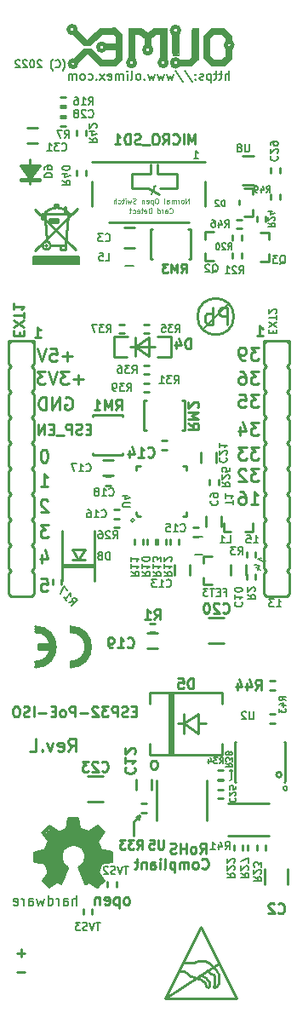
<source format=gbr>
G04 #@! TF.GenerationSoftware,KiCad,Pcbnew,5.1.6-c6e7f7d~87~ubuntu18.04.1*
G04 #@! TF.CreationDate,2022-10-10T13:55:49+03:00*
G04 #@! TF.ProjectId,ESP32-PoE-ISO_Rev_L,45535033-322d-4506-9f45-2d49534f5f52,L*
G04 #@! TF.SameCoordinates,Original*
G04 #@! TF.FileFunction,Legend,Bot*
G04 #@! TF.FilePolarity,Positive*
%FSLAX46Y46*%
G04 Gerber Fmt 4.6, Leading zero omitted, Abs format (unit mm)*
G04 Created by KiCad (PCBNEW 5.1.6-c6e7f7d~87~ubuntu18.04.1) date 2022-10-10 13:55:49*
%MOMM*%
%LPD*%
G01*
G04 APERTURE LIST*
%ADD10C,0.203200*%
%ADD11C,0.254000*%
%ADD12C,0.190500*%
%ADD13C,0.300000*%
%ADD14C,0.600000*%
%ADD15C,1.000000*%
%ADD16C,0.150000*%
%ADD17C,0.370000*%
%ADD18C,0.380000*%
%ADD19C,0.400000*%
%ADD20C,0.420000*%
%ADD21C,0.100000*%
%ADD22C,0.700000*%
%ADD23C,0.500000*%
%ADD24C,0.127000*%
%ADD25C,0.200000*%
%ADD26C,0.158750*%
%ADD27C,0.180000*%
%ADD28C,0.177800*%
%ADD29C,0.125000*%
%ADD30C,0.222250*%
%ADD31C,0.152400*%
G04 APERTURE END LIST*
D10*
X112331500Y-164592000D02*
X112458500Y-164719000D01*
X112331500Y-164592000D02*
X112204500Y-164719000D01*
X112331500Y-165544500D02*
X112204500Y-165671500D01*
X112331500Y-164592000D02*
X112331500Y-165544500D01*
D11*
X103251000Y-169164000D02*
X103124000Y-169545000D01*
X103251000Y-169164000D02*
X102870000Y-169291000D01*
X102616000Y-169799000D02*
X103251000Y-169164000D01*
X102616000Y-171196000D02*
X102616000Y-169799000D01*
X91827047Y-184730571D02*
X91052952Y-184730571D01*
X91827047Y-182825571D02*
X91052952Y-182825571D01*
X91440000Y-183212619D02*
X91440000Y-182438523D01*
X93423619Y-145608523D02*
X94028380Y-145608523D01*
X94088857Y-146213285D01*
X94028380Y-146152809D01*
X93907428Y-146092333D01*
X93605047Y-146092333D01*
X93484095Y-146152809D01*
X93423619Y-146213285D01*
X93363142Y-146334238D01*
X93363142Y-146636619D01*
X93423619Y-146757571D01*
X93484095Y-146818047D01*
X93605047Y-146878523D01*
X93907428Y-146878523D01*
X94028380Y-146818047D01*
X94088857Y-146757571D01*
X93484095Y-143237857D02*
X93484095Y-144084523D01*
X93786476Y-142754047D02*
X94088857Y-143661190D01*
X93302666Y-143661190D01*
X94149333Y-140274523D02*
X93363142Y-140274523D01*
X93786476Y-140758333D01*
X93605047Y-140758333D01*
X93484095Y-140818809D01*
X93423619Y-140879285D01*
X93363142Y-141000238D01*
X93363142Y-141302619D01*
X93423619Y-141423571D01*
X93484095Y-141484047D01*
X93605047Y-141544523D01*
X93967904Y-141544523D01*
X94088857Y-141484047D01*
X94149333Y-141423571D01*
X94088857Y-137855476D02*
X94028380Y-137795000D01*
X93907428Y-137734523D01*
X93605047Y-137734523D01*
X93484095Y-137795000D01*
X93423619Y-137855476D01*
X93363142Y-137976428D01*
X93363142Y-138097380D01*
X93423619Y-138278809D01*
X94149333Y-139004523D01*
X93363142Y-139004523D01*
X93363142Y-136464523D02*
X94088857Y-136464523D01*
X93726000Y-136464523D02*
X93726000Y-135194523D01*
X93846952Y-135375952D01*
X93967904Y-135496904D01*
X94088857Y-135557380D01*
X93786476Y-132781523D02*
X93665523Y-132781523D01*
X93544571Y-132842000D01*
X93484095Y-132902476D01*
X93423619Y-133023428D01*
X93363142Y-133265333D01*
X93363142Y-133567714D01*
X93423619Y-133809619D01*
X93484095Y-133930571D01*
X93544571Y-133991047D01*
X93665523Y-134051523D01*
X93786476Y-134051523D01*
X93907428Y-133991047D01*
X93967904Y-133930571D01*
X94028380Y-133809619D01*
X94088857Y-133567714D01*
X94088857Y-133265333D01*
X94028380Y-133023428D01*
X93967904Y-132902476D01*
X93907428Y-132842000D01*
X93786476Y-132781523D01*
X98346380Y-130737428D02*
X98007714Y-130737428D01*
X97862571Y-131269619D02*
X98346380Y-131269619D01*
X98346380Y-130253619D01*
X97862571Y-130253619D01*
X97475523Y-131221238D02*
X97330380Y-131269619D01*
X97088476Y-131269619D01*
X96991714Y-131221238D01*
X96943333Y-131172857D01*
X96894952Y-131076095D01*
X96894952Y-130979333D01*
X96943333Y-130882571D01*
X96991714Y-130834190D01*
X97088476Y-130785809D01*
X97282000Y-130737428D01*
X97378761Y-130689047D01*
X97427142Y-130640666D01*
X97475523Y-130543904D01*
X97475523Y-130447142D01*
X97427142Y-130350380D01*
X97378761Y-130302000D01*
X97282000Y-130253619D01*
X97040095Y-130253619D01*
X96894952Y-130302000D01*
X96459523Y-131269619D02*
X96459523Y-130253619D01*
X96072476Y-130253619D01*
X95975714Y-130302000D01*
X95927333Y-130350380D01*
X95878952Y-130447142D01*
X95878952Y-130592285D01*
X95927333Y-130689047D01*
X95975714Y-130737428D01*
X96072476Y-130785809D01*
X96459523Y-130785809D01*
X95685428Y-131366380D02*
X94911333Y-131366380D01*
X94669428Y-130737428D02*
X94330761Y-130737428D01*
X94185619Y-131269619D02*
X94669428Y-131269619D01*
X94669428Y-130253619D01*
X94185619Y-130253619D01*
X93750190Y-131269619D02*
X93750190Y-130253619D01*
X93169619Y-131269619D01*
X93169619Y-130253619D01*
X95836619Y-127635000D02*
X95957571Y-127574523D01*
X96139000Y-127574523D01*
X96320428Y-127635000D01*
X96441380Y-127755952D01*
X96501857Y-127876904D01*
X96562333Y-128118809D01*
X96562333Y-128300238D01*
X96501857Y-128542142D01*
X96441380Y-128663095D01*
X96320428Y-128784047D01*
X96139000Y-128844523D01*
X96018047Y-128844523D01*
X95836619Y-128784047D01*
X95776142Y-128723571D01*
X95776142Y-128300238D01*
X96018047Y-128300238D01*
X95231857Y-128844523D02*
X95231857Y-127574523D01*
X94506142Y-128844523D01*
X94506142Y-127574523D01*
X93901380Y-128844523D02*
X93901380Y-127574523D01*
X93599000Y-127574523D01*
X93417571Y-127635000D01*
X93296619Y-127755952D01*
X93236142Y-127876904D01*
X93175666Y-128118809D01*
X93175666Y-128300238D01*
X93236142Y-128542142D01*
X93296619Y-128663095D01*
X93417571Y-128784047D01*
X93599000Y-128844523D01*
X93901380Y-128844523D01*
X97614619Y-125820714D02*
X96647000Y-125820714D01*
X97130809Y-126304523D02*
X97130809Y-125336904D01*
X96163190Y-125034523D02*
X95377000Y-125034523D01*
X95800333Y-125518333D01*
X95618904Y-125518333D01*
X95497952Y-125578809D01*
X95437476Y-125639285D01*
X95377000Y-125760238D01*
X95377000Y-126062619D01*
X95437476Y-126183571D01*
X95497952Y-126244047D01*
X95618904Y-126304523D01*
X95981761Y-126304523D01*
X96102714Y-126244047D01*
X96163190Y-126183571D01*
X95014142Y-125034523D02*
X94590809Y-126304523D01*
X94167476Y-125034523D01*
X93865095Y-125034523D02*
X93078904Y-125034523D01*
X93502238Y-125518333D01*
X93320809Y-125518333D01*
X93199857Y-125578809D01*
X93139380Y-125639285D01*
X93078904Y-125760238D01*
X93078904Y-126062619D01*
X93139380Y-126183571D01*
X93199857Y-126244047D01*
X93320809Y-126304523D01*
X93683666Y-126304523D01*
X93804619Y-126244047D01*
X93865095Y-126183571D01*
X96501857Y-123534714D02*
X95534238Y-123534714D01*
X96018047Y-124018523D02*
X96018047Y-123050904D01*
X94324714Y-122748523D02*
X94929476Y-122748523D01*
X94989952Y-123353285D01*
X94929476Y-123292809D01*
X94808523Y-123232333D01*
X94506142Y-123232333D01*
X94385190Y-123292809D01*
X94324714Y-123353285D01*
X94264238Y-123474238D01*
X94264238Y-123776619D01*
X94324714Y-123897571D01*
X94385190Y-123958047D01*
X94506142Y-124018523D01*
X94808523Y-124018523D01*
X94929476Y-123958047D01*
X94989952Y-123897571D01*
X93901380Y-122748523D02*
X93478047Y-124018523D01*
X93054714Y-122748523D01*
D12*
X116858142Y-148426714D02*
X117293571Y-148426714D01*
X117075857Y-148426714D02*
X117075857Y-147664714D01*
X117148428Y-147773571D01*
X117221000Y-147846142D01*
X117293571Y-147882428D01*
X116604142Y-147664714D02*
X116132428Y-147664714D01*
X116386428Y-147955000D01*
X116277571Y-147955000D01*
X116205000Y-147991285D01*
X116168714Y-148027571D01*
X116132428Y-148100142D01*
X116132428Y-148281571D01*
X116168714Y-148354142D01*
X116205000Y-148390428D01*
X116277571Y-148426714D01*
X116495285Y-148426714D01*
X116567857Y-148390428D01*
X116604142Y-148354142D01*
X115560102Y-144191659D02*
X115777817Y-143814567D01*
X115668959Y-144003113D02*
X115009048Y-143622113D01*
X115139607Y-143613693D01*
X115238741Y-143587130D01*
X115306451Y-143542424D01*
X114793590Y-144503298D02*
X115233531Y-144757298D01*
X114632909Y-144201033D02*
X115194989Y-144316054D01*
X114959132Y-144724571D01*
X114572142Y-142076714D02*
X115007571Y-142076714D01*
X114789857Y-142076714D02*
X114789857Y-141314714D01*
X114862428Y-141423571D01*
X114935000Y-141496142D01*
X115007571Y-141532428D01*
X113882714Y-141314714D02*
X114245571Y-141314714D01*
X114281857Y-141677571D01*
X114245571Y-141641285D01*
X114173000Y-141605000D01*
X113991571Y-141605000D01*
X113919000Y-141641285D01*
X113882714Y-141677571D01*
X113846428Y-141750142D01*
X113846428Y-141931571D01*
X113882714Y-142004142D01*
X113919000Y-142040428D01*
X113991571Y-142076714D01*
X114173000Y-142076714D01*
X114245571Y-142040428D01*
X114281857Y-142004142D01*
D11*
X114287904Y-138242523D02*
X115013619Y-138242523D01*
X114650761Y-138242523D02*
X114650761Y-136972523D01*
X114771714Y-137153952D01*
X114892666Y-137274904D01*
X115013619Y-137335380D01*
X113199333Y-136972523D02*
X113441238Y-136972523D01*
X113562190Y-137033000D01*
X113622666Y-137093476D01*
X113743619Y-137274904D01*
X113804095Y-137516809D01*
X113804095Y-138000619D01*
X113743619Y-138121571D01*
X113683142Y-138182047D01*
X113562190Y-138242523D01*
X113320285Y-138242523D01*
X113199333Y-138182047D01*
X113138857Y-138121571D01*
X113078380Y-138000619D01*
X113078380Y-137698238D01*
X113138857Y-137577285D01*
X113199333Y-137516809D01*
X113320285Y-137456333D01*
X113562190Y-137456333D01*
X113683142Y-137516809D01*
X113743619Y-137577285D01*
X113804095Y-137698238D01*
X115074095Y-134686523D02*
X114287904Y-134686523D01*
X114711238Y-135170333D01*
X114529809Y-135170333D01*
X114408857Y-135230809D01*
X114348380Y-135291285D01*
X114287904Y-135412238D01*
X114287904Y-135714619D01*
X114348380Y-135835571D01*
X114408857Y-135896047D01*
X114529809Y-135956523D01*
X114892666Y-135956523D01*
X115013619Y-135896047D01*
X115074095Y-135835571D01*
X113804095Y-134807476D02*
X113743619Y-134747000D01*
X113622666Y-134686523D01*
X113320285Y-134686523D01*
X113199333Y-134747000D01*
X113138857Y-134807476D01*
X113078380Y-134928428D01*
X113078380Y-135049380D01*
X113138857Y-135230809D01*
X113864571Y-135956523D01*
X113078380Y-135956523D01*
X115074095Y-132527523D02*
X114287904Y-132527523D01*
X114711238Y-133011333D01*
X114529809Y-133011333D01*
X114408857Y-133071809D01*
X114348380Y-133132285D01*
X114287904Y-133253238D01*
X114287904Y-133555619D01*
X114348380Y-133676571D01*
X114408857Y-133737047D01*
X114529809Y-133797523D01*
X114892666Y-133797523D01*
X115013619Y-133737047D01*
X115074095Y-133676571D01*
X113864571Y-132527523D02*
X113078380Y-132527523D01*
X113501714Y-133011333D01*
X113320285Y-133011333D01*
X113199333Y-133071809D01*
X113138857Y-133132285D01*
X113078380Y-133253238D01*
X113078380Y-133555619D01*
X113138857Y-133676571D01*
X113199333Y-133737047D01*
X113320285Y-133797523D01*
X113683142Y-133797523D01*
X113804095Y-133737047D01*
X113864571Y-133676571D01*
X115074095Y-130114523D02*
X114287904Y-130114523D01*
X114711238Y-130598333D01*
X114529809Y-130598333D01*
X114408857Y-130658809D01*
X114348380Y-130719285D01*
X114287904Y-130840238D01*
X114287904Y-131142619D01*
X114348380Y-131263571D01*
X114408857Y-131324047D01*
X114529809Y-131384523D01*
X114892666Y-131384523D01*
X115013619Y-131324047D01*
X115074095Y-131263571D01*
X113199333Y-130537857D02*
X113199333Y-131384523D01*
X113501714Y-130054047D02*
X113804095Y-130961190D01*
X113017904Y-130961190D01*
X115074095Y-127320523D02*
X114287904Y-127320523D01*
X114711238Y-127804333D01*
X114529809Y-127804333D01*
X114408857Y-127864809D01*
X114348380Y-127925285D01*
X114287904Y-128046238D01*
X114287904Y-128348619D01*
X114348380Y-128469571D01*
X114408857Y-128530047D01*
X114529809Y-128590523D01*
X114892666Y-128590523D01*
X115013619Y-128530047D01*
X115074095Y-128469571D01*
X113138857Y-127320523D02*
X113743619Y-127320523D01*
X113804095Y-127925285D01*
X113743619Y-127864809D01*
X113622666Y-127804333D01*
X113320285Y-127804333D01*
X113199333Y-127864809D01*
X113138857Y-127925285D01*
X113078380Y-128046238D01*
X113078380Y-128348619D01*
X113138857Y-128469571D01*
X113199333Y-128530047D01*
X113320285Y-128590523D01*
X113622666Y-128590523D01*
X113743619Y-128530047D01*
X113804095Y-128469571D01*
X115074095Y-125034523D02*
X114287904Y-125034523D01*
X114711238Y-125518333D01*
X114529809Y-125518333D01*
X114408857Y-125578809D01*
X114348380Y-125639285D01*
X114287904Y-125760238D01*
X114287904Y-126062619D01*
X114348380Y-126183571D01*
X114408857Y-126244047D01*
X114529809Y-126304523D01*
X114892666Y-126304523D01*
X115013619Y-126244047D01*
X115074095Y-126183571D01*
X113199333Y-125034523D02*
X113441238Y-125034523D01*
X113562190Y-125095000D01*
X113622666Y-125155476D01*
X113743619Y-125336904D01*
X113804095Y-125578809D01*
X113804095Y-126062619D01*
X113743619Y-126183571D01*
X113683142Y-126244047D01*
X113562190Y-126304523D01*
X113320285Y-126304523D01*
X113199333Y-126244047D01*
X113138857Y-126183571D01*
X113078380Y-126062619D01*
X113078380Y-125760238D01*
X113138857Y-125639285D01*
X113199333Y-125578809D01*
X113320285Y-125518333D01*
X113562190Y-125518333D01*
X113683142Y-125578809D01*
X113743619Y-125639285D01*
X113804095Y-125760238D01*
X115074095Y-122621523D02*
X114287904Y-122621523D01*
X114711238Y-123105333D01*
X114529809Y-123105333D01*
X114408857Y-123165809D01*
X114348380Y-123226285D01*
X114287904Y-123347238D01*
X114287904Y-123649619D01*
X114348380Y-123770571D01*
X114408857Y-123831047D01*
X114529809Y-123891523D01*
X114892666Y-123891523D01*
X115013619Y-123831047D01*
X115074095Y-123770571D01*
X113683142Y-123891523D02*
X113441238Y-123891523D01*
X113320285Y-123831047D01*
X113259809Y-123770571D01*
X113138857Y-123589142D01*
X113078380Y-123347238D01*
X113078380Y-122863428D01*
X113138857Y-122742476D01*
X113199333Y-122682000D01*
X113320285Y-122621523D01*
X113562190Y-122621523D01*
X113683142Y-122682000D01*
X113743619Y-122742476D01*
X113804095Y-122863428D01*
X113804095Y-123165809D01*
X113743619Y-123286761D01*
X113683142Y-123347238D01*
X113562190Y-123407714D01*
X113320285Y-123407714D01*
X113199333Y-123347238D01*
X113138857Y-123286761D01*
X113078380Y-123165809D01*
D12*
X108621285Y-103849714D02*
X109056714Y-103849714D01*
X108839000Y-103849714D02*
X108839000Y-103087714D01*
X108911571Y-103196571D01*
X108984142Y-103269142D01*
X109056714Y-103305428D01*
D11*
X109425619Y-174352857D02*
X109474000Y-174401238D01*
X109619142Y-174449619D01*
X109715904Y-174449619D01*
X109861047Y-174401238D01*
X109957809Y-174304476D01*
X110006190Y-174207714D01*
X110054571Y-174014190D01*
X110054571Y-173869047D01*
X110006190Y-173675523D01*
X109957809Y-173578761D01*
X109861047Y-173482000D01*
X109715904Y-173433619D01*
X109619142Y-173433619D01*
X109474000Y-173482000D01*
X109425619Y-173530380D01*
X108845047Y-174449619D02*
X108941809Y-174401238D01*
X108990190Y-174352857D01*
X109038571Y-174256095D01*
X109038571Y-173965809D01*
X108990190Y-173869047D01*
X108941809Y-173820666D01*
X108845047Y-173772285D01*
X108699904Y-173772285D01*
X108603142Y-173820666D01*
X108554761Y-173869047D01*
X108506380Y-173965809D01*
X108506380Y-174256095D01*
X108554761Y-174352857D01*
X108603142Y-174401238D01*
X108699904Y-174449619D01*
X108845047Y-174449619D01*
X108070952Y-174449619D02*
X108070952Y-173772285D01*
X108070952Y-173869047D02*
X108022571Y-173820666D01*
X107925809Y-173772285D01*
X107780666Y-173772285D01*
X107683904Y-173820666D01*
X107635523Y-173917428D01*
X107635523Y-174449619D01*
X107635523Y-173917428D02*
X107587142Y-173820666D01*
X107490380Y-173772285D01*
X107345238Y-173772285D01*
X107248476Y-173820666D01*
X107200095Y-173917428D01*
X107200095Y-174449619D01*
X106716285Y-173772285D02*
X106716285Y-174788285D01*
X106716285Y-173820666D02*
X106619523Y-173772285D01*
X106426000Y-173772285D01*
X106329238Y-173820666D01*
X106280857Y-173869047D01*
X106232476Y-173965809D01*
X106232476Y-174256095D01*
X106280857Y-174352857D01*
X106329238Y-174401238D01*
X106426000Y-174449619D01*
X106619523Y-174449619D01*
X106716285Y-174401238D01*
X105651904Y-174449619D02*
X105748666Y-174401238D01*
X105797047Y-174304476D01*
X105797047Y-173433619D01*
X105264857Y-174449619D02*
X105264857Y-173772285D01*
X105264857Y-173433619D02*
X105313238Y-173482000D01*
X105264857Y-173530380D01*
X105216476Y-173482000D01*
X105264857Y-173433619D01*
X105264857Y-173530380D01*
X104345619Y-174449619D02*
X104345619Y-173917428D01*
X104394000Y-173820666D01*
X104490761Y-173772285D01*
X104684285Y-173772285D01*
X104781047Y-173820666D01*
X104345619Y-174401238D02*
X104442380Y-174449619D01*
X104684285Y-174449619D01*
X104781047Y-174401238D01*
X104829428Y-174304476D01*
X104829428Y-174207714D01*
X104781047Y-174110952D01*
X104684285Y-174062571D01*
X104442380Y-174062571D01*
X104345619Y-174014190D01*
X103861809Y-173772285D02*
X103861809Y-174449619D01*
X103861809Y-173869047D02*
X103813428Y-173820666D01*
X103716666Y-173772285D01*
X103571523Y-173772285D01*
X103474761Y-173820666D01*
X103426380Y-173917428D01*
X103426380Y-174449619D01*
X103087714Y-173772285D02*
X102700666Y-173772285D01*
X102942571Y-173433619D02*
X102942571Y-174304476D01*
X102894190Y-174401238D01*
X102797428Y-174449619D01*
X102700666Y-174449619D01*
X109238142Y-172925619D02*
X109576809Y-172441809D01*
X109818714Y-172925619D02*
X109818714Y-171909619D01*
X109431666Y-171909619D01*
X109334904Y-171958000D01*
X109286523Y-172006380D01*
X109238142Y-172103142D01*
X109238142Y-172248285D01*
X109286523Y-172345047D01*
X109334904Y-172393428D01*
X109431666Y-172441809D01*
X109818714Y-172441809D01*
X108657571Y-172925619D02*
X108754333Y-172877238D01*
X108802714Y-172828857D01*
X108851095Y-172732095D01*
X108851095Y-172441809D01*
X108802714Y-172345047D01*
X108754333Y-172296666D01*
X108657571Y-172248285D01*
X108512428Y-172248285D01*
X108415666Y-172296666D01*
X108367285Y-172345047D01*
X108318904Y-172441809D01*
X108318904Y-172732095D01*
X108367285Y-172828857D01*
X108415666Y-172877238D01*
X108512428Y-172925619D01*
X108657571Y-172925619D01*
X107883476Y-172925619D02*
X107883476Y-171909619D01*
X107883476Y-172393428D02*
X107302904Y-172393428D01*
X107302904Y-172925619D02*
X107302904Y-171909619D01*
X106867476Y-172877238D02*
X106722333Y-172925619D01*
X106480428Y-172925619D01*
X106383666Y-172877238D01*
X106335285Y-172828857D01*
X106286904Y-172732095D01*
X106286904Y-172635333D01*
X106335285Y-172538571D01*
X106383666Y-172490190D01*
X106480428Y-172441809D01*
X106673952Y-172393428D01*
X106770714Y-172345047D01*
X106819095Y-172296666D01*
X106867476Y-172199904D01*
X106867476Y-172103142D01*
X106819095Y-172006380D01*
X106770714Y-171958000D01*
X106673952Y-171909619D01*
X106432047Y-171909619D01*
X106286904Y-171958000D01*
X114898714Y-121490619D02*
X115479285Y-121490619D01*
X115189000Y-121490619D02*
X115189000Y-120474619D01*
X115285761Y-120619761D01*
X115382523Y-120716523D01*
X115479285Y-120764904D01*
X92800714Y-121617619D02*
X93381285Y-121617619D01*
X93091000Y-121617619D02*
X93091000Y-120601619D01*
X93187761Y-120746761D01*
X93284523Y-120843523D01*
X93381285Y-120891904D01*
X102894190Y-158804428D02*
X102555523Y-158804428D01*
X102410380Y-159336619D02*
X102894190Y-159336619D01*
X102894190Y-158320619D01*
X102410380Y-158320619D01*
X102023333Y-159288238D02*
X101878190Y-159336619D01*
X101636285Y-159336619D01*
X101539523Y-159288238D01*
X101491142Y-159239857D01*
X101442761Y-159143095D01*
X101442761Y-159046333D01*
X101491142Y-158949571D01*
X101539523Y-158901190D01*
X101636285Y-158852809D01*
X101829809Y-158804428D01*
X101926571Y-158756047D01*
X101974952Y-158707666D01*
X102023333Y-158610904D01*
X102023333Y-158514142D01*
X101974952Y-158417380D01*
X101926571Y-158369000D01*
X101829809Y-158320619D01*
X101587904Y-158320619D01*
X101442761Y-158369000D01*
X101007333Y-159336619D02*
X101007333Y-158320619D01*
X100620285Y-158320619D01*
X100523523Y-158369000D01*
X100475142Y-158417380D01*
X100426761Y-158514142D01*
X100426761Y-158659285D01*
X100475142Y-158756047D01*
X100523523Y-158804428D01*
X100620285Y-158852809D01*
X101007333Y-158852809D01*
X100088095Y-158320619D02*
X99459142Y-158320619D01*
X99797809Y-158707666D01*
X99652666Y-158707666D01*
X99555904Y-158756047D01*
X99507523Y-158804428D01*
X99459142Y-158901190D01*
X99459142Y-159143095D01*
X99507523Y-159239857D01*
X99555904Y-159288238D01*
X99652666Y-159336619D01*
X99942952Y-159336619D01*
X100039714Y-159288238D01*
X100088095Y-159239857D01*
X99072095Y-158417380D02*
X99023714Y-158369000D01*
X98926952Y-158320619D01*
X98685047Y-158320619D01*
X98588285Y-158369000D01*
X98539904Y-158417380D01*
X98491523Y-158514142D01*
X98491523Y-158610904D01*
X98539904Y-158756047D01*
X99120476Y-159336619D01*
X98491523Y-159336619D01*
X98056095Y-158949571D02*
X97282000Y-158949571D01*
X96798190Y-159336619D02*
X96798190Y-158320619D01*
X96411142Y-158320619D01*
X96314380Y-158369000D01*
X96266000Y-158417380D01*
X96217619Y-158514142D01*
X96217619Y-158659285D01*
X96266000Y-158756047D01*
X96314380Y-158804428D01*
X96411142Y-158852809D01*
X96798190Y-158852809D01*
X95637047Y-159336619D02*
X95733809Y-159288238D01*
X95782190Y-159239857D01*
X95830571Y-159143095D01*
X95830571Y-158852809D01*
X95782190Y-158756047D01*
X95733809Y-158707666D01*
X95637047Y-158659285D01*
X95491904Y-158659285D01*
X95395142Y-158707666D01*
X95346761Y-158756047D01*
X95298380Y-158852809D01*
X95298380Y-159143095D01*
X95346761Y-159239857D01*
X95395142Y-159288238D01*
X95491904Y-159336619D01*
X95637047Y-159336619D01*
X94862952Y-158804428D02*
X94524285Y-158804428D01*
X94379142Y-159336619D02*
X94862952Y-159336619D01*
X94862952Y-158320619D01*
X94379142Y-158320619D01*
X93943714Y-158949571D02*
X93169619Y-158949571D01*
X92685809Y-159336619D02*
X92685809Y-158320619D01*
X92250380Y-159288238D02*
X92105238Y-159336619D01*
X91863333Y-159336619D01*
X91766571Y-159288238D01*
X91718190Y-159239857D01*
X91669809Y-159143095D01*
X91669809Y-159046333D01*
X91718190Y-158949571D01*
X91766571Y-158901190D01*
X91863333Y-158852809D01*
X92056857Y-158804428D01*
X92153619Y-158756047D01*
X92202000Y-158707666D01*
X92250380Y-158610904D01*
X92250380Y-158514142D01*
X92202000Y-158417380D01*
X92153619Y-158369000D01*
X92056857Y-158320619D01*
X91814952Y-158320619D01*
X91669809Y-158369000D01*
X91040857Y-158320619D02*
X90847333Y-158320619D01*
X90750571Y-158369000D01*
X90653809Y-158465761D01*
X90605428Y-158659285D01*
X90605428Y-158997952D01*
X90653809Y-159191476D01*
X90750571Y-159288238D01*
X90847333Y-159336619D01*
X91040857Y-159336619D01*
X91137619Y-159288238D01*
X91234380Y-159191476D01*
X91282761Y-158997952D01*
X91282761Y-158659285D01*
X91234380Y-158465761D01*
X91137619Y-158369000D01*
X91040857Y-158320619D01*
X96129928Y-162753523D02*
X96553261Y-162148761D01*
X96855642Y-162753523D02*
X96855642Y-161483523D01*
X96371833Y-161483523D01*
X96250880Y-161544000D01*
X96190404Y-161604476D01*
X96129928Y-161725428D01*
X96129928Y-161906857D01*
X96190404Y-162027809D01*
X96250880Y-162088285D01*
X96371833Y-162148761D01*
X96855642Y-162148761D01*
X95101833Y-162693047D02*
X95222785Y-162753523D01*
X95464690Y-162753523D01*
X95585642Y-162693047D01*
X95646119Y-162572095D01*
X95646119Y-162088285D01*
X95585642Y-161967333D01*
X95464690Y-161906857D01*
X95222785Y-161906857D01*
X95101833Y-161967333D01*
X95041357Y-162088285D01*
X95041357Y-162209238D01*
X95646119Y-162330190D01*
X94618023Y-161906857D02*
X94315642Y-162753523D01*
X94013261Y-161906857D01*
X93529452Y-162632571D02*
X93468976Y-162693047D01*
X93529452Y-162753523D01*
X93589928Y-162693047D01*
X93529452Y-162632571D01*
X93529452Y-162753523D01*
X92319928Y-162753523D02*
X92924690Y-162753523D01*
X92924690Y-161483523D01*
D12*
X95576571Y-95123000D02*
X95612857Y-95086714D01*
X95685428Y-94977857D01*
X95721714Y-94905285D01*
X95758000Y-94796428D01*
X95794285Y-94615000D01*
X95794285Y-94469857D01*
X95758000Y-94288428D01*
X95721714Y-94179571D01*
X95685428Y-94107000D01*
X95612857Y-93998142D01*
X95576571Y-93961857D01*
X94850857Y-94760142D02*
X94887142Y-94796428D01*
X94996000Y-94832714D01*
X95068571Y-94832714D01*
X95177428Y-94796428D01*
X95250000Y-94723857D01*
X95286285Y-94651285D01*
X95322571Y-94506142D01*
X95322571Y-94397285D01*
X95286285Y-94252142D01*
X95250000Y-94179571D01*
X95177428Y-94107000D01*
X95068571Y-94070714D01*
X94996000Y-94070714D01*
X94887142Y-94107000D01*
X94850857Y-94143285D01*
X94596857Y-95123000D02*
X94560571Y-95086714D01*
X94488000Y-94977857D01*
X94451714Y-94905285D01*
X94415428Y-94796428D01*
X94379142Y-94615000D01*
X94379142Y-94469857D01*
X94415428Y-94288428D01*
X94451714Y-94179571D01*
X94488000Y-94107000D01*
X94560571Y-93998142D01*
X94596857Y-93961857D01*
X93472000Y-94143285D02*
X93435714Y-94107000D01*
X93363142Y-94070714D01*
X93181714Y-94070714D01*
X93109142Y-94107000D01*
X93072857Y-94143285D01*
X93036571Y-94215857D01*
X93036571Y-94288428D01*
X93072857Y-94397285D01*
X93508285Y-94832714D01*
X93036571Y-94832714D01*
X92564857Y-94070714D02*
X92492285Y-94070714D01*
X92419714Y-94107000D01*
X92383428Y-94143285D01*
X92347142Y-94215857D01*
X92310857Y-94361000D01*
X92310857Y-94542428D01*
X92347142Y-94687571D01*
X92383428Y-94760142D01*
X92419714Y-94796428D01*
X92492285Y-94832714D01*
X92564857Y-94832714D01*
X92637428Y-94796428D01*
X92673714Y-94760142D01*
X92710000Y-94687571D01*
X92746285Y-94542428D01*
X92746285Y-94361000D01*
X92710000Y-94215857D01*
X92673714Y-94143285D01*
X92637428Y-94107000D01*
X92564857Y-94070714D01*
X92020571Y-94143285D02*
X91984285Y-94107000D01*
X91911714Y-94070714D01*
X91730285Y-94070714D01*
X91657714Y-94107000D01*
X91621428Y-94143285D01*
X91585142Y-94215857D01*
X91585142Y-94288428D01*
X91621428Y-94397285D01*
X92056857Y-94832714D01*
X91585142Y-94832714D01*
X91294857Y-94143285D02*
X91258571Y-94107000D01*
X91186000Y-94070714D01*
X91004571Y-94070714D01*
X90932000Y-94107000D01*
X90895714Y-94143285D01*
X90859428Y-94215857D01*
X90859428Y-94288428D01*
X90895714Y-94397285D01*
X91331142Y-94832714D01*
X90859428Y-94832714D01*
X112119833Y-96033166D02*
X112119833Y-95144166D01*
X111738833Y-96033166D02*
X111738833Y-95567500D01*
X111781166Y-95482833D01*
X111865833Y-95440500D01*
X111992833Y-95440500D01*
X112077500Y-95482833D01*
X112119833Y-95525166D01*
X111442500Y-95440500D02*
X111103833Y-95440500D01*
X111315500Y-95144166D02*
X111315500Y-95906166D01*
X111273166Y-95990833D01*
X111188500Y-96033166D01*
X111103833Y-96033166D01*
X110934500Y-95440500D02*
X110595833Y-95440500D01*
X110807500Y-95144166D02*
X110807500Y-95906166D01*
X110765166Y-95990833D01*
X110680500Y-96033166D01*
X110595833Y-96033166D01*
X110299500Y-95440500D02*
X110299500Y-96329500D01*
X110299500Y-95482833D02*
X110214833Y-95440500D01*
X110045500Y-95440500D01*
X109960833Y-95482833D01*
X109918500Y-95525166D01*
X109876166Y-95609833D01*
X109876166Y-95863833D01*
X109918500Y-95948500D01*
X109960833Y-95990833D01*
X110045500Y-96033166D01*
X110214833Y-96033166D01*
X110299500Y-95990833D01*
X109537500Y-95990833D02*
X109452833Y-96033166D01*
X109283500Y-96033166D01*
X109198833Y-95990833D01*
X109156500Y-95906166D01*
X109156500Y-95863833D01*
X109198833Y-95779166D01*
X109283500Y-95736833D01*
X109410500Y-95736833D01*
X109495166Y-95694500D01*
X109537500Y-95609833D01*
X109537500Y-95567500D01*
X109495166Y-95482833D01*
X109410500Y-95440500D01*
X109283500Y-95440500D01*
X109198833Y-95482833D01*
X108775500Y-95948500D02*
X108733166Y-95990833D01*
X108775500Y-96033166D01*
X108817833Y-95990833D01*
X108775500Y-95948500D01*
X108775500Y-96033166D01*
X108775500Y-95482833D02*
X108733166Y-95525166D01*
X108775500Y-95567500D01*
X108817833Y-95525166D01*
X108775500Y-95482833D01*
X108775500Y-95567500D01*
X107717166Y-95101833D02*
X108479166Y-96244833D01*
X106785833Y-95101833D02*
X107547833Y-96244833D01*
X106574166Y-95440500D02*
X106404833Y-96033166D01*
X106235500Y-95609833D01*
X106066166Y-96033166D01*
X105896833Y-95440500D01*
X105642833Y-95440500D02*
X105473500Y-96033166D01*
X105304166Y-95609833D01*
X105134833Y-96033166D01*
X104965500Y-95440500D01*
X104711500Y-95440500D02*
X104542166Y-96033166D01*
X104372833Y-95609833D01*
X104203500Y-96033166D01*
X104034166Y-95440500D01*
X103695500Y-95948500D02*
X103653166Y-95990833D01*
X103695500Y-96033166D01*
X103737833Y-95990833D01*
X103695500Y-95948500D01*
X103695500Y-96033166D01*
X103145166Y-96033166D02*
X103229833Y-95990833D01*
X103272166Y-95948500D01*
X103314500Y-95863833D01*
X103314500Y-95609833D01*
X103272166Y-95525166D01*
X103229833Y-95482833D01*
X103145166Y-95440500D01*
X103018166Y-95440500D01*
X102933500Y-95482833D01*
X102891166Y-95525166D01*
X102848833Y-95609833D01*
X102848833Y-95863833D01*
X102891166Y-95948500D01*
X102933500Y-95990833D01*
X103018166Y-96033166D01*
X103145166Y-96033166D01*
X102340833Y-96033166D02*
X102425500Y-95990833D01*
X102467833Y-95906166D01*
X102467833Y-95144166D01*
X102002166Y-96033166D02*
X102002166Y-95440500D01*
X102002166Y-95144166D02*
X102044500Y-95186500D01*
X102002166Y-95228833D01*
X101959833Y-95186500D01*
X102002166Y-95144166D01*
X102002166Y-95228833D01*
X101578833Y-96033166D02*
X101578833Y-95440500D01*
X101578833Y-95525166D02*
X101536500Y-95482833D01*
X101451833Y-95440500D01*
X101324833Y-95440500D01*
X101240166Y-95482833D01*
X101197833Y-95567500D01*
X101197833Y-96033166D01*
X101197833Y-95567500D02*
X101155500Y-95482833D01*
X101070833Y-95440500D01*
X100943833Y-95440500D01*
X100859166Y-95482833D01*
X100816833Y-95567500D01*
X100816833Y-96033166D01*
X100054833Y-95990833D02*
X100139500Y-96033166D01*
X100308833Y-96033166D01*
X100393500Y-95990833D01*
X100435833Y-95906166D01*
X100435833Y-95567500D01*
X100393500Y-95482833D01*
X100308833Y-95440500D01*
X100139500Y-95440500D01*
X100054833Y-95482833D01*
X100012500Y-95567500D01*
X100012500Y-95652166D01*
X100435833Y-95736833D01*
X99716166Y-96033166D02*
X99250500Y-95440500D01*
X99716166Y-95440500D02*
X99250500Y-96033166D01*
X98911833Y-95948500D02*
X98869500Y-95990833D01*
X98911833Y-96033166D01*
X98954166Y-95990833D01*
X98911833Y-95948500D01*
X98911833Y-96033166D01*
X98107500Y-95990833D02*
X98192166Y-96033166D01*
X98361500Y-96033166D01*
X98446166Y-95990833D01*
X98488500Y-95948500D01*
X98530833Y-95863833D01*
X98530833Y-95609833D01*
X98488500Y-95525166D01*
X98446166Y-95482833D01*
X98361500Y-95440500D01*
X98192166Y-95440500D01*
X98107500Y-95482833D01*
X97599500Y-96033166D02*
X97684166Y-95990833D01*
X97726500Y-95948500D01*
X97768833Y-95863833D01*
X97768833Y-95609833D01*
X97726500Y-95525166D01*
X97684166Y-95482833D01*
X97599500Y-95440500D01*
X97472500Y-95440500D01*
X97387833Y-95482833D01*
X97345500Y-95525166D01*
X97303166Y-95609833D01*
X97303166Y-95863833D01*
X97345500Y-95948500D01*
X97387833Y-95990833D01*
X97472500Y-96033166D01*
X97599500Y-96033166D01*
X96922166Y-96033166D02*
X96922166Y-95440500D01*
X96922166Y-95525166D02*
X96879833Y-95482833D01*
X96795166Y-95440500D01*
X96668166Y-95440500D01*
X96583500Y-95482833D01*
X96541166Y-95567500D01*
X96541166Y-96033166D01*
X96541166Y-95567500D02*
X96498833Y-95482833D01*
X96414166Y-95440500D01*
X96287166Y-95440500D01*
X96202500Y-95482833D01*
X96160166Y-95567500D01*
X96160166Y-96033166D01*
D11*
X112689000Y-161830000D02*
X112689000Y-165830000D01*
X117689000Y-161830000D02*
X117689000Y-165730000D01*
X117689000Y-165730000D02*
X117589000Y-165830000D01*
X117689000Y-161830000D02*
X117589000Y-161830000D01*
X112789000Y-161830000D02*
X112689000Y-161830000D01*
X112789000Y-165830000D02*
X112689000Y-165830000D01*
X117343000Y-165100000D02*
G75*
G03*
X117343000Y-165100000I-254000J0D01*
G01*
X92341700Y-103911400D02*
X92341700Y-106387900D01*
X91389200Y-104495600D02*
X92303600Y-105867200D01*
X92303600Y-105867200D02*
X93294200Y-104495600D01*
X91389200Y-105867200D02*
X93294200Y-105867200D01*
X91389200Y-104495600D02*
X93294200Y-104495600D01*
X91389200Y-106045000D02*
X93294200Y-106045000D01*
X93294200Y-105867200D02*
X93294200Y-106045000D01*
X91389200Y-105867200D02*
X91389200Y-106045000D01*
X93091000Y-104648000D02*
X91567000Y-104648000D01*
X91694000Y-104775000D02*
X92964000Y-104775000D01*
X92837000Y-104902000D02*
X91694000Y-104902000D01*
X91948000Y-105029000D02*
X92837000Y-105029000D01*
X91948000Y-105156000D02*
X92710000Y-105156000D01*
X92075000Y-105283000D02*
X92710000Y-105283000D01*
X92202000Y-105410000D02*
X92583000Y-105410000D01*
X96365000Y-150400000D02*
X96365000Y-150900000D01*
X96365000Y-153900000D02*
X96365000Y-154400000D01*
X92865000Y-153900000D02*
X92865000Y-154400000D01*
X92865000Y-150400000D02*
X92865000Y-150900000D01*
X94365000Y-152150000D02*
X93115000Y-152150000D01*
X93115000Y-152150000D02*
X93115000Y-152650000D01*
X93115000Y-152650000D02*
X94365000Y-152650000D01*
X93115000Y-152400000D02*
X94365000Y-152400000D01*
X96365000Y-153900000D02*
G75*
G03*
X96365000Y-150900000I0J1500000D01*
G01*
X96365000Y-154400000D02*
G75*
G03*
X96365000Y-150400000I0J2000000D01*
G01*
D13*
X96414980Y-154150000D02*
G75*
G03*
X96415000Y-150650000I-49980J1750000D01*
G01*
D11*
X92865000Y-153900000D02*
G75*
G03*
X92865000Y-150900000I0J1500000D01*
G01*
D13*
X92914980Y-154150000D02*
G75*
G03*
X92915000Y-150650000I-49980J1750000D01*
G01*
D11*
X92865000Y-154400000D02*
G75*
G03*
X92865000Y-150400000I0J2000000D01*
G01*
X93091000Y-100838000D02*
X92075000Y-100838000D01*
X93091000Y-102362000D02*
X92075000Y-102362000D01*
X99568000Y-165227000D02*
X98044000Y-165227000D01*
X99568000Y-167767000D02*
X98044000Y-167767000D01*
X111633000Y-149479000D02*
X110109000Y-149479000D01*
X111633000Y-152019000D02*
X110109000Y-152019000D01*
D14*
X106323000Y-162920000D02*
X106323000Y-157120000D01*
D11*
X104223000Y-163120000D02*
X111423000Y-163120000D01*
X111423000Y-156920000D02*
X104223000Y-156920000D01*
X109023000Y-159020000D02*
X109023000Y-161020000D01*
X109023000Y-161020000D02*
X107623000Y-160020000D01*
X109023000Y-159020000D02*
X107623000Y-160020000D01*
X107623000Y-159020000D02*
X107623000Y-161020000D01*
X104223000Y-163120000D02*
X104223000Y-162020000D01*
X104223000Y-156920000D02*
X104223000Y-158020000D01*
X111423000Y-163120000D02*
X111423000Y-162020000D01*
X111423000Y-156920000D02*
X111423000Y-158020000D01*
X107623000Y-160020000D02*
X107023000Y-160020000D01*
X109023000Y-160020000D02*
X109823000Y-160020000D01*
X95440500Y-145923000D02*
X95440500Y-146177000D01*
X95440500Y-145923000D02*
X95440500Y-145669000D01*
X94551500Y-145923000D02*
X94551500Y-145669000D01*
X94551500Y-145923000D02*
X94551500Y-146177000D01*
X109347000Y-180213000D02*
X112903000Y-187325000D01*
X112903000Y-187325000D02*
X105791000Y-187325000D01*
X105791000Y-187325000D02*
X107124500Y-184658000D01*
X107124500Y-184658000D02*
X107569000Y-183769000D01*
X107569000Y-183769000D02*
X109347000Y-180213000D01*
X111125000Y-183832500D02*
X105791000Y-187325000D01*
X108750100Y-183769000D02*
X107569000Y-183769000D01*
X107124500Y-184658000D02*
X107442000Y-184658000D01*
X110109000Y-186245500D02*
X109956600Y-186245500D01*
X111061500Y-184848500D02*
X111061500Y-185928000D01*
X110617000Y-186245500D02*
X110617000Y-186118500D01*
X110680500Y-186055000D02*
X110680500Y-185039000D01*
X110680500Y-186055000D02*
X110744000Y-186055000D01*
X108966721Y-183705678D02*
G75*
G02*
X110553500Y-184213500I466639J-1274902D01*
G01*
X108965915Y-183707114D02*
G75*
G02*
X108750100Y-183769000I-182795J230214D01*
G01*
X107441301Y-184658474D02*
G75*
G02*
X107950000Y-184848500I64199J-604046D01*
G01*
X108772461Y-185294576D02*
G75*
G02*
X107950000Y-184848500I147819J1253796D01*
G01*
X109284708Y-185040166D02*
G75*
G02*
X110236000Y-185801000I-285688J-1332334D01*
G01*
X109346915Y-185484965D02*
G75*
G02*
X109918500Y-186245500I-284395J-808795D01*
G01*
X108907275Y-185357493D02*
G75*
G02*
X109347000Y-185483500I-825195J-3709947D01*
G01*
X110235967Y-186118600D02*
G75*
G02*
X110109000Y-186245500I-190467J63600D01*
G01*
X110235068Y-185801674D02*
G75*
G02*
X110236000Y-186118500I-316568J-159346D01*
G01*
X110678935Y-185040845D02*
G75*
G02*
X109982000Y-184594500I153965J1007685D01*
G01*
X110869549Y-184531142D02*
G75*
G02*
X110553500Y-184213500I478971J792622D01*
G01*
X110872048Y-184532575D02*
G75*
G02*
X111061500Y-184848500I-168688J-315925D01*
G01*
X111061500Y-185928000D02*
G75*
G02*
X110680500Y-186309000I-381000J0D01*
G01*
X110678071Y-186311545D02*
G75*
G02*
X110617000Y-186245500I2429J63505D01*
G01*
X110617000Y-186118500D02*
G75*
G02*
X110680500Y-186055000I63500J0D01*
G01*
X110744000Y-186055000D02*
G75*
G02*
X110871000Y-186182000I0J-127000D01*
G01*
X95631000Y-98742500D02*
X95885000Y-98742500D01*
X95631000Y-98742500D02*
X95377000Y-98742500D01*
X95631000Y-99631500D02*
X95377000Y-99631500D01*
X95631000Y-99631500D02*
X95885000Y-99631500D01*
X95631000Y-97726500D02*
X95885000Y-97726500D01*
X95631000Y-97726500D02*
X95377000Y-97726500D01*
X95631000Y-98615500D02*
X95377000Y-98615500D01*
X95631000Y-98615500D02*
X95885000Y-98615500D01*
X95631000Y-100647500D02*
X95377000Y-100647500D01*
X95631000Y-100647500D02*
X95885000Y-100647500D01*
X95631000Y-99758500D02*
X95885000Y-99758500D01*
X95631000Y-99758500D02*
X95377000Y-99758500D01*
X104013000Y-151003000D02*
X105029000Y-151003000D01*
X104013000Y-152527000D02*
X105029000Y-152527000D01*
D15*
X95483680Y-174421800D02*
X95150940Y-175153320D01*
X95483680Y-174513240D02*
X94302580Y-175526700D01*
X95369380Y-174376080D02*
X94752160Y-174703740D01*
X95049340Y-173956980D02*
X94439740Y-174063660D01*
X94213680Y-172798740D02*
X94935040Y-172946060D01*
X94454980Y-172105320D02*
X95110300Y-172471080D01*
X95323660Y-171236640D02*
X95742760Y-171823380D01*
X95910400Y-170985180D02*
X96131380Y-171670980D01*
X97175320Y-170969940D02*
X97007680Y-171579540D01*
X97609660Y-171229020D02*
X97434400Y-171587160D01*
X98607880Y-172006260D02*
X98150680Y-172295820D01*
X98783140Y-172486320D02*
X98341180Y-172646340D01*
X99108260Y-173730920D02*
X98402140Y-173603920D01*
X98859340Y-174376080D02*
X98295460Y-173896020D01*
X98193860Y-175275240D02*
X97828100Y-174513240D01*
X93403420Y-173222920D02*
X94871540Y-173309280D01*
X94394020Y-171038520D02*
X95506540Y-172105320D01*
X96659700Y-169981880D02*
X96654620Y-171495720D01*
X98920300Y-170957240D02*
X97858580Y-172064680D01*
X99905820Y-173243240D02*
X98488500Y-173182280D01*
X98869500Y-175447960D02*
X98016060Y-174426880D01*
D16*
X97853500Y-174017940D02*
X97546160Y-174284640D01*
X98183700Y-171104560D02*
X97200720Y-170611800D01*
X96004380Y-174609760D02*
X96126300Y-174325280D01*
X95867220Y-174155100D02*
X96121220Y-174320200D01*
X97368360Y-174152560D02*
X97142300Y-174327820D01*
X97736660Y-174038260D02*
X97477580Y-174376080D01*
X97960180Y-173817280D02*
X97866200Y-173987460D01*
X97960180Y-173817280D02*
X97866200Y-173987460D01*
X98097340Y-172963840D02*
X97965260Y-173786800D01*
X97673160Y-172227240D02*
X98092260Y-172958760D01*
X96801940Y-171797980D02*
X97673160Y-172227240D01*
X95986600Y-171965620D02*
X96801940Y-171805600D01*
X95476060Y-172394880D02*
X95986600Y-171965620D01*
X95242380Y-173067980D02*
X95476060Y-172394880D01*
X95247460Y-173573440D02*
X95247460Y-173055280D01*
X95623380Y-174284640D02*
X95247460Y-173573440D01*
X95801180Y-174406560D02*
X95623380Y-174284640D01*
X99072700Y-170385740D02*
X98188780Y-171107100D01*
X98828860Y-171739560D02*
X99430840Y-170830240D01*
X98833940Y-171734480D02*
X99220020Y-172732700D01*
X100363020Y-173001940D02*
X99247960Y-172755560D01*
X100220780Y-172946060D02*
X100220780Y-173596300D01*
X95844360Y-174348140D02*
X95316040Y-175729900D01*
X95453200Y-176027080D02*
X95839280Y-175046640D01*
X94924880Y-175699420D02*
X95453200Y-176027080D01*
X94241620Y-176032160D02*
X95062040Y-175503840D01*
X95105220Y-175727360D02*
X94228920Y-176347120D01*
X94218760Y-176342040D02*
X93535500Y-175651160D01*
X93822520Y-175567340D02*
X94307660Y-176098200D01*
X93789500Y-173931580D02*
X94170500Y-174912020D01*
X93893640Y-173964600D02*
X92770960Y-173753780D01*
X92755720Y-172775880D02*
X92758260Y-173733460D01*
X92839540Y-173517560D02*
X93946980Y-173741080D01*
X94142560Y-171747180D02*
X93776800Y-172615860D01*
X93527880Y-170865800D02*
X94231460Y-171856400D01*
X94226380Y-170167300D02*
X93532960Y-170858180D01*
X95242380Y-170842940D02*
X94231460Y-170169840D01*
X95928180Y-170456860D02*
X95123000Y-170794680D01*
X96144080Y-169367200D02*
X95918020Y-170538140D01*
X97109280Y-169367200D02*
X96144080Y-169367200D01*
X97119440Y-169374820D02*
X97320100Y-170400980D01*
X98107500Y-170769280D02*
X97203260Y-170390820D01*
X99042220Y-170121580D02*
X98071940Y-170837860D01*
X99728020Y-170837860D02*
X99054920Y-170124120D01*
X99707700Y-170873420D02*
X99113340Y-171726860D01*
X99446080Y-172557440D02*
X99110800Y-171724320D01*
X100515420Y-172755560D02*
X99344480Y-172552360D01*
X100512880Y-172758100D02*
X100512880Y-173743620D01*
X100512880Y-173751240D02*
X99441000Y-173946820D01*
X99750880Y-175658780D02*
X99153980Y-174795180D01*
X99021900Y-176354740D02*
X99743260Y-175661320D01*
X98188780Y-175783240D02*
X99014280Y-176347120D01*
X98176080Y-175793400D02*
X97830640Y-176014380D01*
X97792540Y-175996600D02*
X97142300Y-174327820D01*
D17*
X94226380Y-176187100D02*
X93672660Y-175641000D01*
X94292420Y-174746920D02*
X93672660Y-175633380D01*
X95415100Y-175813720D02*
X95989140Y-174373540D01*
X95077280Y-175628300D02*
X95415100Y-175813720D01*
X94241620Y-176194720D02*
X95077280Y-175628300D01*
X93886020Y-173835060D02*
X94292420Y-174746920D01*
X92872560Y-173664880D02*
X93886020Y-173835060D01*
X92872560Y-172829220D02*
X92872560Y-173664880D01*
X93954600Y-172600620D02*
X92872560Y-172829220D01*
X94294960Y-171663360D02*
X93954600Y-172600620D01*
X93677740Y-170873420D02*
X94294960Y-171663360D01*
X94231460Y-170324780D02*
X93677740Y-170870880D01*
X95135700Y-170957240D02*
X94231460Y-170322800D01*
X96050100Y-170512740D02*
X95148400Y-170962320D01*
X96263460Y-169494200D02*
X96050100Y-170512740D01*
X97030540Y-169473880D02*
X96245680Y-169473880D01*
X97022920Y-169486580D02*
X97228660Y-170500040D01*
X98127820Y-170926760D02*
X97282000Y-170520360D01*
X99016820Y-170284140D02*
X98188780Y-170936920D01*
D18*
X99565460Y-170842940D02*
X99065080Y-170309540D01*
D17*
X99555300Y-170865800D02*
X98999040Y-171716700D01*
X99326700Y-172633640D02*
X98978720Y-171767500D01*
X100375720Y-172849540D02*
X99357180Y-172669200D01*
D18*
X100363020Y-172862240D02*
X100368100Y-173649640D01*
D17*
X100373180Y-173639480D02*
X99423220Y-173857920D01*
X99395280Y-173880780D02*
X99037140Y-174764700D01*
X99570540Y-175641000D02*
X99037140Y-174807880D01*
D18*
X99585780Y-175641000D02*
X99021900Y-176179480D01*
D19*
X99009200Y-176179480D02*
X98229420Y-175648620D01*
D17*
X98219260Y-175630840D02*
X97901760Y-175836580D01*
D20*
X97873820Y-175816260D02*
X97322640Y-174393860D01*
D17*
X97548700Y-172349160D02*
G75*
G02*
X97472500Y-174203360I-965200J-889000D01*
G01*
X95597980Y-172521880D02*
G75*
G02*
X97523300Y-172323760I1061720J-863600D01*
G01*
X95978980Y-174371000D02*
G75*
G02*
X95608140Y-172506640I746760J1117600D01*
G01*
D11*
X114744500Y-143256000D02*
X114744500Y-143510000D01*
X114744500Y-143256000D02*
X114744500Y-143002000D01*
X113855500Y-143256000D02*
X113855500Y-143002000D01*
X113855500Y-143256000D02*
X113855500Y-143510000D01*
X112268000Y-145288000D02*
X112268000Y-144272000D01*
X113792000Y-145288000D02*
X113792000Y-144272000D01*
D21*
X100723700Y-90881200D02*
X99352100Y-90881200D01*
X99352100Y-90881200D02*
X99301300Y-90881200D01*
X99301300Y-90881200D02*
X98044000Y-92125800D01*
X102247700Y-90995500D02*
X102146100Y-90995500D01*
X102095300Y-90932000D02*
X102095300Y-90919300D01*
X102095300Y-90919300D02*
X103390700Y-90919300D01*
X103390700Y-90919300D02*
X103416100Y-90919300D01*
X103416100Y-90919300D02*
X104038400Y-91414600D01*
X102095300Y-93941900D02*
X102095300Y-90932000D01*
X105752900Y-90982800D02*
X105829100Y-90982800D01*
X105905300Y-90919300D02*
X104660700Y-90919300D01*
X104660700Y-90919300D02*
X104076500Y-91401900D01*
X105905300Y-93916500D02*
X105905300Y-90932000D01*
X106641900Y-93510100D02*
X106553000Y-93510100D01*
X106984800Y-93510100D02*
X107048300Y-93510100D01*
X107124500Y-93573600D02*
X106514900Y-93573600D01*
X106514900Y-93573600D02*
X106489500Y-93573600D01*
X106489500Y-93573600D02*
X106489500Y-91554300D01*
X107124500Y-91554300D02*
X107124500Y-93573600D01*
X108623100Y-90944700D02*
X108508800Y-90944700D01*
X108750100Y-90868500D02*
X108445300Y-90868500D01*
X108445300Y-90868500D02*
X108445300Y-93903800D01*
X108927900Y-90957400D02*
X108991400Y-90944700D01*
X109042200Y-90868500D02*
X109054900Y-90868500D01*
X109054900Y-90868500D02*
X109067600Y-90868500D01*
X109067600Y-90868500D02*
X109067600Y-94018100D01*
X108762800Y-90868500D02*
X109042200Y-90868500D01*
D22*
X108762800Y-93941900D02*
X108762800Y-91211400D01*
X102425500Y-91224100D02*
X102425500Y-93827600D01*
X110540800Y-91211400D02*
X111544100Y-91211400D01*
X109918500Y-91821000D02*
X109918500Y-93751400D01*
X112141000Y-91859100D02*
X112141000Y-92100400D01*
X112141000Y-93827600D02*
X111556800Y-94399100D01*
X112128300Y-93840300D02*
X112128300Y-93078300D01*
X111569500Y-94399100D02*
X110528100Y-94399100D01*
D19*
X99800659Y-92786200D02*
G75*
G03*
X99800659Y-92786200I-359659J0D01*
G01*
D22*
X99949000Y-92786200D02*
X101168200Y-92786200D01*
D19*
X96866735Y-91046300D02*
G75*
G03*
X96866735Y-91046300I-359435J0D01*
G01*
D22*
X96875600Y-91401900D02*
X97739200Y-92295600D01*
D23*
X98298000Y-92392500D02*
X97739200Y-92392500D01*
D22*
X99415600Y-91211400D02*
X98323400Y-92278200D01*
X100637500Y-91211400D02*
X99415600Y-91211400D01*
X101168200Y-91694000D02*
X100685600Y-91186000D01*
X101168200Y-91719400D02*
X101168200Y-93954600D01*
X101168200Y-93954600D02*
X100736400Y-94386400D01*
X100736400Y-94386400D02*
X99415600Y-94386400D01*
X99415600Y-94386400D02*
X98272600Y-93268800D01*
D23*
X98272600Y-93167200D02*
X97739200Y-93167200D01*
D22*
X96926400Y-94081600D02*
X97764600Y-93268800D01*
D19*
X96925666Y-94437200D02*
G75*
G03*
X96925666Y-94437200I-329466J0D01*
G01*
X102788729Y-94348300D02*
G75*
G03*
X102788729Y-94348300I-363229J0D01*
G01*
D22*
X103327200Y-91236800D02*
X102438200Y-91236800D01*
D19*
X104409318Y-93065600D02*
G75*
G03*
X104409318Y-93065600I-370918J0D01*
G01*
D22*
X103962200Y-91744800D02*
X103327200Y-91236800D01*
X104038400Y-92532200D02*
X104038400Y-91821000D01*
X104749600Y-91236800D02*
X104140000Y-91744800D01*
X105587800Y-91236800D02*
X104749600Y-91236800D01*
X105587800Y-93827600D02*
X105587800Y-91236800D01*
D19*
X105934759Y-94335600D02*
G75*
G03*
X105934759Y-94335600I-359659J0D01*
G01*
X107167818Y-91135200D02*
G75*
G03*
X107167818Y-91135200I-373518J0D01*
G01*
D22*
X106807000Y-91668600D02*
X106807000Y-93268800D01*
D19*
X107173324Y-94361000D02*
G75*
G03*
X107173324Y-94361000I-366324J0D01*
G01*
D22*
X107319800Y-94386400D02*
X108305600Y-94386400D01*
X108305600Y-94386400D02*
X108762800Y-93929200D01*
X109931200Y-93789500D02*
X110490000Y-94373700D01*
X110540800Y-91224100D02*
X109905800Y-91833700D01*
X112141000Y-91808300D02*
X111633000Y-91300300D01*
D19*
X112465747Y-92583000D02*
G75*
G03*
X112465747Y-92583000I-337447J0D01*
G01*
D24*
X94107000Y-112522000D02*
G75*
G03*
X94107000Y-112522000I-127000J0D01*
G01*
D11*
X95123000Y-108458000D02*
X95123000Y-108585000D01*
X95123000Y-108585000D02*
X94742000Y-108585000D01*
X94742000Y-108585000D02*
X94742000Y-108458000D01*
X94742000Y-108458000D02*
X95123000Y-108458000D01*
X94996000Y-109982000D02*
X94361000Y-109982000D01*
X95123000Y-109855000D02*
X94234000Y-109855000D01*
X94234000Y-109855000D02*
X94234000Y-110236000D01*
X94234000Y-110236000D02*
X95123000Y-110236000D01*
X95123000Y-110236000D02*
X95123000Y-109855000D01*
X93726000Y-109855000D02*
X93726000Y-109474000D01*
X93726000Y-109474000D02*
X93599000Y-109474000D01*
X93599000Y-109474000D02*
X93599000Y-109855000D01*
X93726000Y-109474000D02*
X93726000Y-109601000D01*
X93726000Y-109347000D02*
X93599000Y-109728000D01*
X93726000Y-109474000D02*
X93726000Y-109601000D01*
X93853000Y-109347000D02*
X93853000Y-109855000D01*
X93853000Y-109855000D02*
X93472000Y-109855000D01*
X93472000Y-109855000D02*
X93472000Y-109347000D01*
X95885000Y-109220000D02*
X95885000Y-108712000D01*
X95885000Y-108712000D02*
X95758000Y-108712000D01*
X95758000Y-108712000D02*
X95758000Y-109220000D01*
X94381609Y-112522000D02*
G75*
G03*
X94381609Y-112522000I-401609J0D01*
G01*
X93980000Y-112014000D02*
X93853000Y-109982000D01*
X95885000Y-112522000D02*
X95885000Y-112903000D01*
X95885000Y-112903000D02*
X95377000Y-112903000D01*
X95377000Y-112903000D02*
X95377000Y-112649000D01*
X96393000Y-109347000D02*
X93472000Y-109347000D01*
X95885000Y-112522000D02*
X96139000Y-109474000D01*
X95885000Y-112522000D02*
X94488000Y-112522000D01*
X96901000Y-112903000D02*
X92837000Y-108966000D01*
X97028000Y-108839000D02*
X92837000Y-113030000D01*
D16*
X97183200Y-114275400D02*
X92763600Y-114275400D01*
X92763600Y-114173800D02*
X97132400Y-114173800D01*
X97183200Y-113970600D02*
X92712800Y-113970600D01*
X97183200Y-113818200D02*
X92763600Y-113818200D01*
X92712800Y-114072200D02*
X97132400Y-114072200D01*
X92712800Y-113919800D02*
X97132400Y-113919800D01*
X97183200Y-113767400D02*
X92712800Y-113767400D01*
X92712800Y-113665800D02*
X97132400Y-113665800D01*
X92662000Y-114377000D02*
X97234000Y-114377000D01*
X97234000Y-114377000D02*
X97234000Y-113615000D01*
X97234000Y-113615000D02*
X92662000Y-113615000D01*
X92662000Y-113615000D02*
X92662000Y-114377000D01*
D11*
X93853000Y-109220000D02*
G75*
G02*
X96139000Y-109220000I1143000J-1143000D01*
G01*
D25*
X109634020Y-120731280D02*
X112067340Y-118310660D01*
D11*
X112597037Y-119567960D02*
G75*
G03*
X112597037Y-119567960I-1802237J0D01*
G01*
X102743000Y-110744000D02*
X101727000Y-110744000D01*
X102743000Y-112776000D02*
X101727000Y-112776000D01*
X105664000Y-132778500D02*
X105410000Y-132778500D01*
X105664000Y-132778500D02*
X105918000Y-132778500D01*
X105664000Y-131889500D02*
X105918000Y-131889500D01*
X105664000Y-131889500D02*
X105410000Y-131889500D01*
X100076000Y-135445500D02*
X100330000Y-135445500D01*
X100076000Y-135445500D02*
X99822000Y-135445500D01*
X100076000Y-136334500D02*
X99822000Y-136334500D01*
X100076000Y-136334500D02*
X100330000Y-136334500D01*
X100965000Y-139636500D02*
X101219000Y-139636500D01*
X100965000Y-139636500D02*
X100711000Y-139636500D01*
X100965000Y-138747500D02*
X100711000Y-138747500D01*
X100965000Y-138747500D02*
X101219000Y-138747500D01*
X108839000Y-141414500D02*
X108585000Y-141414500D01*
X108839000Y-141414500D02*
X109093000Y-141414500D01*
X108839000Y-140525500D02*
X109093000Y-140525500D01*
X108839000Y-140525500D02*
X108585000Y-140525500D01*
X113157000Y-110807500D02*
X112903000Y-110807500D01*
X113157000Y-110807500D02*
X113411000Y-110807500D01*
X113157000Y-109918500D02*
X113411000Y-109918500D01*
X113157000Y-109918500D02*
X112903000Y-109918500D01*
X96964500Y-105283000D02*
X96964500Y-105537000D01*
X96964500Y-105283000D02*
X96964500Y-105029000D01*
X97853500Y-105283000D02*
X97853500Y-105029000D01*
X97853500Y-105283000D02*
X97853500Y-105537000D01*
X103886000Y-127063500D02*
X103632000Y-127063500D01*
X103886000Y-127063500D02*
X104140000Y-127063500D01*
X103886000Y-126174500D02*
X104140000Y-126174500D01*
X103886000Y-126174500D02*
X103632000Y-126174500D01*
X103886000Y-125285500D02*
X103632000Y-125285500D01*
X103886000Y-125285500D02*
X104140000Y-125285500D01*
X103886000Y-124396500D02*
X104140000Y-124396500D01*
X103886000Y-124396500D02*
X103632000Y-124396500D01*
X103886000Y-121221500D02*
X103632000Y-121221500D01*
X103886000Y-121221500D02*
X104140000Y-121221500D01*
X103886000Y-120332500D02*
X104140000Y-120332500D01*
X103886000Y-120332500D02*
X103632000Y-120332500D01*
X103886000Y-126174500D02*
X103632000Y-126174500D01*
X103886000Y-126174500D02*
X104140000Y-126174500D01*
X103886000Y-125285500D02*
X104140000Y-125285500D01*
X103886000Y-125285500D02*
X103632000Y-125285500D01*
X100965000Y-139636500D02*
X101219000Y-139636500D01*
X100965000Y-139636500D02*
X100711000Y-139636500D01*
X100965000Y-140525500D02*
X100711000Y-140525500D01*
X100965000Y-140525500D02*
X101219000Y-140525500D01*
X110172500Y-136017000D02*
X110172500Y-135763000D01*
X110172500Y-136017000D02*
X110172500Y-136271000D01*
X111061500Y-136017000D02*
X111061500Y-136271000D01*
X111061500Y-136017000D02*
X111061500Y-135763000D01*
X105854500Y-141986000D02*
X105854500Y-142240000D01*
X105854500Y-141986000D02*
X105854500Y-141732000D01*
X104965500Y-141986000D02*
X104965500Y-141732000D01*
X104965500Y-141986000D02*
X104965500Y-142240000D01*
X106235500Y-141986000D02*
X106235500Y-142240000D01*
X106235500Y-141986000D02*
X106235500Y-141732000D01*
X107124500Y-141986000D02*
X107124500Y-141732000D01*
X107124500Y-141986000D02*
X107124500Y-142240000D01*
X102679500Y-141986000D02*
X102679500Y-142240000D01*
X102679500Y-141986000D02*
X102679500Y-141732000D01*
X103568500Y-141986000D02*
X103568500Y-141732000D01*
X103568500Y-141986000D02*
X103568500Y-142240000D01*
X103949500Y-141986000D02*
X103949500Y-142240000D01*
X103949500Y-141986000D02*
X103949500Y-141732000D01*
X104838500Y-141986000D02*
X104838500Y-141732000D01*
X104838500Y-141986000D02*
X104838500Y-142240000D01*
X113855500Y-145415000D02*
X113855500Y-145669000D01*
X113855500Y-145415000D02*
X113855500Y-145161000D01*
X114744500Y-145415000D02*
X114744500Y-145161000D01*
X114744500Y-145415000D02*
X114744500Y-145669000D01*
X104521000Y-150939500D02*
X104267000Y-150939500D01*
X104521000Y-150939500D02*
X104775000Y-150939500D01*
X104521000Y-150050500D02*
X104775000Y-150050500D01*
X104521000Y-150050500D02*
X104267000Y-150050500D01*
X115760500Y-109855000D02*
X115760500Y-110109000D01*
X115760500Y-109855000D02*
X115760500Y-109601000D01*
X114871500Y-109855000D02*
X114871500Y-109601000D01*
X114871500Y-109855000D02*
X114871500Y-110109000D01*
X109601000Y-144068800D02*
X109601000Y-143357600D01*
X110439200Y-143357600D02*
X109601000Y-143357600D01*
X110439200Y-146202400D02*
X109601000Y-146202400D01*
X109601000Y-146202400D02*
X109601000Y-145491200D01*
X115570000Y-121950000D02*
X118110000Y-121950000D01*
X117856000Y-127030000D02*
X118110000Y-127284000D01*
X118110000Y-126776000D02*
X117856000Y-127030000D01*
X118110000Y-124236000D02*
X118110000Y-122458000D01*
X117856000Y-124490000D02*
X118110000Y-124236000D01*
X118110000Y-124744000D02*
X117856000Y-124490000D01*
X118110000Y-126776000D02*
X118110000Y-124744000D01*
X118110000Y-122458000D02*
X118110000Y-121950000D01*
X118110000Y-122204000D02*
X117856000Y-121950000D01*
X115824000Y-121950000D02*
X115570000Y-122204000D01*
X118110000Y-129316000D02*
X118110000Y-127284000D01*
X117856000Y-129570000D02*
X118110000Y-129316000D01*
X118110000Y-132364000D02*
X117856000Y-132110000D01*
X118110000Y-131856000D02*
X118110000Y-129824000D01*
X117856000Y-132110000D02*
X118110000Y-131856000D01*
X115570000Y-131856000D02*
X115824000Y-132110000D01*
X115570000Y-129824000D02*
X115570000Y-131856000D01*
X115824000Y-129570000D02*
X115570000Y-129824000D01*
X115570000Y-129316000D02*
X115824000Y-129570000D01*
X115570000Y-127284000D02*
X115570000Y-129316000D01*
X115824000Y-127030000D02*
X115570000Y-127284000D01*
X115570000Y-126776000D02*
X115824000Y-127030000D01*
X115570000Y-124744000D02*
X115570000Y-126776000D01*
X115824000Y-124490000D02*
X115570000Y-124744000D01*
X115570000Y-124236000D02*
X115824000Y-124490000D01*
X115570000Y-122204000D02*
X115570000Y-124236000D01*
X115570000Y-121950000D02*
X115570000Y-122204000D01*
X115824000Y-132110000D02*
X115570000Y-132364000D01*
X115570000Y-132364000D02*
X115570000Y-134396000D01*
X115570000Y-136936000D02*
X115824000Y-137190000D01*
X118110000Y-134396000D02*
X118110000Y-132364000D01*
X118110000Y-129824000D02*
X117856000Y-129570000D01*
X117856000Y-137190000D02*
X118110000Y-136936000D01*
X115570000Y-134904000D02*
X115570000Y-136936000D01*
X115824000Y-134650000D02*
X115570000Y-134904000D01*
X118110000Y-136936000D02*
X118110000Y-134904000D01*
X117856000Y-134650000D02*
X118110000Y-134396000D01*
X118110000Y-134904000D02*
X117856000Y-134650000D01*
X115570000Y-134396000D02*
X115824000Y-134650000D01*
X115570000Y-136936000D02*
X115824000Y-137190000D01*
X117856000Y-137190000D02*
X118110000Y-136936000D01*
X118110000Y-136936000D02*
X118110000Y-134904000D01*
X115570000Y-134904000D02*
X115570000Y-136936000D01*
X115824000Y-134650000D02*
X115570000Y-134904000D01*
X118110000Y-134904000D02*
X117856000Y-134650000D01*
X118110000Y-139984000D02*
X117856000Y-139730000D01*
X115824000Y-139730000D02*
X115570000Y-139984000D01*
X115570000Y-139984000D02*
X115570000Y-142016000D01*
X118110000Y-142016000D02*
X118110000Y-139984000D01*
X117856000Y-142270000D02*
X118110000Y-142016000D01*
X115570000Y-142016000D02*
X115824000Y-142270000D01*
X115570000Y-139476000D02*
X115824000Y-139730000D01*
X118110000Y-139984000D02*
X117856000Y-139730000D01*
X117856000Y-139730000D02*
X118110000Y-139476000D01*
X118110000Y-142016000D02*
X118110000Y-139984000D01*
X115824000Y-139730000D02*
X115570000Y-139984000D01*
X115570000Y-139984000D02*
X115570000Y-142016000D01*
X117856000Y-142270000D02*
X118110000Y-142016000D01*
X118110000Y-139476000D02*
X118110000Y-137444000D01*
X115570000Y-142016000D02*
X115824000Y-142270000D01*
X115570000Y-137444000D02*
X115570000Y-139476000D01*
X115824000Y-137190000D02*
X115570000Y-137444000D01*
X118110000Y-137444000D02*
X117856000Y-137190000D01*
X118110000Y-142524000D02*
X117856000Y-142270000D01*
X115824000Y-142270000D02*
X115570000Y-142524000D01*
X115570000Y-142524000D02*
X115570000Y-144556000D01*
X115570000Y-147096000D02*
X115824000Y-147350000D01*
X118110000Y-144556000D02*
X118110000Y-142524000D01*
X117856000Y-147350000D02*
X118110000Y-147096000D01*
X115824000Y-147350000D02*
X117856000Y-147350000D01*
X115570000Y-145064000D02*
X115570000Y-147096000D01*
X115824000Y-144810000D02*
X115570000Y-145064000D01*
X118110000Y-147096000D02*
X118110000Y-145064000D01*
X117856000Y-144810000D02*
X118110000Y-144556000D01*
X118110000Y-145064000D02*
X117856000Y-144810000D01*
X115570000Y-144556000D02*
X115824000Y-144810000D01*
X115570000Y-147096000D02*
X115824000Y-147350000D01*
X117856000Y-147350000D02*
X118110000Y-147096000D01*
X118110000Y-147096000D02*
X118110000Y-145064000D01*
X115570000Y-145064000D02*
X115570000Y-147096000D01*
X115824000Y-144810000D02*
X115570000Y-145064000D01*
X118110000Y-145064000D02*
X117856000Y-144810000D01*
X92710000Y-145064000D02*
X92456000Y-144810000D01*
X90424000Y-144810000D02*
X90170000Y-145064000D01*
X90170000Y-145064000D02*
X90170000Y-147096000D01*
X92710000Y-147096000D02*
X92710000Y-145064000D01*
X92456000Y-147350000D02*
X92710000Y-147096000D01*
X90170000Y-147096000D02*
X90424000Y-147350000D01*
X90170000Y-144556000D02*
X90424000Y-144810000D01*
X92710000Y-145064000D02*
X92456000Y-144810000D01*
X92456000Y-144810000D02*
X92710000Y-144556000D01*
X92710000Y-147096000D02*
X92710000Y-145064000D01*
X90424000Y-144810000D02*
X90170000Y-145064000D01*
X90170000Y-145064000D02*
X90170000Y-147096000D01*
X90424000Y-147350000D02*
X92456000Y-147350000D01*
X92456000Y-147350000D02*
X92710000Y-147096000D01*
X92710000Y-144556000D02*
X92710000Y-142524000D01*
X90170000Y-147096000D02*
X90424000Y-147350000D01*
X90170000Y-142524000D02*
X90170000Y-144556000D01*
X90424000Y-142270000D02*
X90170000Y-142524000D01*
X92710000Y-142524000D02*
X92456000Y-142270000D01*
X92710000Y-137444000D02*
X92456000Y-137190000D01*
X90424000Y-137190000D02*
X90170000Y-137444000D01*
X90170000Y-137444000D02*
X90170000Y-139476000D01*
X90170000Y-142016000D02*
X90424000Y-142270000D01*
X92710000Y-139476000D02*
X92710000Y-137444000D01*
X92456000Y-142270000D02*
X92710000Y-142016000D01*
X90170000Y-139984000D02*
X90170000Y-142016000D01*
X90424000Y-139730000D02*
X90170000Y-139984000D01*
X92710000Y-142016000D02*
X92710000Y-139984000D01*
X92456000Y-139730000D02*
X92710000Y-139476000D01*
X92710000Y-139984000D02*
X92456000Y-139730000D01*
X90170000Y-139476000D02*
X90424000Y-139730000D01*
X90170000Y-142016000D02*
X90424000Y-142270000D01*
X92456000Y-142270000D02*
X92710000Y-142016000D01*
X92710000Y-142016000D02*
X92710000Y-139984000D01*
X90170000Y-139984000D02*
X90170000Y-142016000D01*
X90424000Y-139730000D02*
X90170000Y-139984000D01*
X92710000Y-139984000D02*
X92456000Y-139730000D01*
X92710000Y-134904000D02*
X92456000Y-134650000D01*
X90424000Y-134650000D02*
X90170000Y-134904000D01*
X90170000Y-134904000D02*
X90170000Y-136936000D01*
X92710000Y-136936000D02*
X92710000Y-134904000D01*
X92456000Y-137190000D02*
X92710000Y-136936000D01*
X90170000Y-136936000D02*
X90424000Y-137190000D01*
X90170000Y-134396000D02*
X90424000Y-134650000D01*
X92710000Y-134904000D02*
X92456000Y-134650000D01*
X92456000Y-134650000D02*
X92710000Y-134396000D01*
X92710000Y-136936000D02*
X92710000Y-134904000D01*
X90424000Y-134650000D02*
X90170000Y-134904000D01*
X90170000Y-134904000D02*
X90170000Y-136936000D01*
X92456000Y-137190000D02*
X92710000Y-136936000D01*
X92710000Y-129824000D02*
X92456000Y-129570000D01*
X92710000Y-134396000D02*
X92710000Y-132364000D01*
X90170000Y-136936000D02*
X90424000Y-137190000D01*
X90170000Y-132364000D02*
X90170000Y-134396000D01*
X90424000Y-132110000D02*
X90170000Y-132364000D01*
X90170000Y-121950000D02*
X90170000Y-122204000D01*
X90170000Y-122204000D02*
X90170000Y-124236000D01*
X90170000Y-124236000D02*
X90424000Y-124490000D01*
X90424000Y-124490000D02*
X90170000Y-124744000D01*
X90170000Y-124744000D02*
X90170000Y-126776000D01*
X90170000Y-126776000D02*
X90424000Y-127030000D01*
X90424000Y-127030000D02*
X90170000Y-127284000D01*
X90170000Y-127284000D02*
X90170000Y-129316000D01*
X90170000Y-129316000D02*
X90424000Y-129570000D01*
X90424000Y-129570000D02*
X90170000Y-129824000D01*
X90170000Y-129824000D02*
X90170000Y-131856000D01*
X90170000Y-131856000D02*
X90424000Y-132110000D01*
X92456000Y-132110000D02*
X92710000Y-131856000D01*
X92710000Y-131856000D02*
X92710000Y-129824000D01*
X92710000Y-132364000D02*
X92456000Y-132110000D01*
X92456000Y-129570000D02*
X92710000Y-129316000D01*
X92710000Y-129316000D02*
X92710000Y-127284000D01*
X90424000Y-121950000D02*
X90170000Y-122204000D01*
X92710000Y-122204000D02*
X92456000Y-121950000D01*
X92710000Y-122458000D02*
X92710000Y-121950000D01*
X92710000Y-126776000D02*
X92710000Y-124744000D01*
X92710000Y-124744000D02*
X92456000Y-124490000D01*
X92456000Y-124490000D02*
X92710000Y-124236000D01*
X92710000Y-124236000D02*
X92710000Y-122458000D01*
X92710000Y-126776000D02*
X92456000Y-127030000D01*
X92456000Y-127030000D02*
X92710000Y-127284000D01*
X90170000Y-121950000D02*
X92710000Y-121950000D01*
X116078000Y-113360200D02*
X116078000Y-114071400D01*
X115239800Y-114071400D02*
X116078000Y-114071400D01*
X115239800Y-111226600D02*
X116078000Y-111226600D01*
X116078000Y-111226600D02*
X116078000Y-111937800D01*
D24*
X101803200Y-112776000D02*
X102641400Y-112776000D01*
X101803200Y-114554000D02*
X102641400Y-114554000D01*
D11*
X117983000Y-176022000D02*
X117983000Y-174498000D01*
X115697000Y-176022000D02*
X115697000Y-174498000D01*
D24*
X104740000Y-106580000D02*
X104640000Y-106680000D01*
X104740000Y-106580000D02*
X104840000Y-106680000D01*
D11*
X105040000Y-104480000D02*
X105040000Y-104480000D01*
X105040000Y-105380000D02*
X105040000Y-104480000D01*
X106940000Y-105380000D02*
X105040000Y-105380000D01*
X106940000Y-106780000D02*
X106940000Y-105380000D01*
X105240000Y-106780000D02*
X106940000Y-106780000D01*
X104040000Y-106780000D02*
X105140000Y-107380000D01*
X102440000Y-106780000D02*
X104040000Y-106780000D01*
X102440000Y-105380000D02*
X102440000Y-106780000D01*
X104340000Y-105380000D02*
X102440000Y-105380000D01*
X104340000Y-104480000D02*
X104340000Y-105380000D01*
X98515000Y-104180000D02*
X109765000Y-104180000D01*
X100140000Y-110180000D02*
X108140000Y-110180000D01*
X109765000Y-106105000D02*
X109765000Y-108605000D01*
X98515000Y-106105000D02*
X98515000Y-108605000D01*
D24*
X104388528Y-107428528D02*
G75*
G03*
X104740000Y-106580000I-848528J848528D01*
G01*
D11*
X110871000Y-133096000D02*
X110871000Y-134112000D01*
X109347000Y-133096000D02*
X109347000Y-134112000D01*
X100584000Y-135382000D02*
X99568000Y-135382000D01*
X100584000Y-133858000D02*
X99568000Y-133858000D01*
X106680000Y-144272000D02*
X106680000Y-145288000D01*
X108204000Y-144272000D02*
X108204000Y-145288000D01*
X111379000Y-140462000D02*
X111379000Y-139446000D01*
X109855000Y-140462000D02*
X109855000Y-139446000D01*
X107670600Y-127939800D02*
X107454700Y-127939800D01*
X107670600Y-130886200D02*
X107670600Y-127939800D01*
X107480100Y-130886200D02*
X107670600Y-130886200D01*
X103657400Y-127939800D02*
X103873300Y-127939800D01*
X103682800Y-130886200D02*
X103860600Y-130886200D01*
X103670100Y-130886200D02*
X103670100Y-127939800D01*
X109763560Y-111871760D02*
X109763560Y-111160560D01*
X110601760Y-111160560D02*
X109763560Y-111160560D01*
X110601760Y-114005360D02*
X109763560Y-114005360D01*
X109763560Y-114005360D02*
X109763560Y-113294160D01*
D24*
X109524800Y-143256000D02*
X108686600Y-143256000D01*
X109524800Y-141478000D02*
X108686600Y-141478000D01*
D11*
X116268500Y-107696000D02*
X116268500Y-107442000D01*
X116268500Y-107696000D02*
X116268500Y-107950000D01*
X117157500Y-107696000D02*
X117157500Y-107950000D01*
X117157500Y-107696000D02*
X117157500Y-107442000D01*
X106337100Y-123558300D02*
X106337100Y-121539000D01*
X106337100Y-121539000D02*
X104965500Y-121539000D01*
X106337100Y-123558300D02*
X104965500Y-123558300D01*
X100685600Y-123545600D02*
X100685600Y-121551700D01*
X100711000Y-121539000D02*
X102006400Y-121539000D01*
X100698300Y-123545600D02*
X101993700Y-123545600D01*
X104749600Y-122567700D02*
X102273100Y-122567700D01*
X104165400Y-121615200D02*
X102793800Y-122529600D01*
X102793800Y-122529600D02*
X104165400Y-123520200D01*
X102793800Y-121615200D02*
X102793800Y-123520200D01*
X104165400Y-121615200D02*
X104165400Y-123520200D01*
X101473000Y-120332500D02*
X101727000Y-120332500D01*
X101473000Y-120332500D02*
X101219000Y-120332500D01*
X101473000Y-121221500D02*
X101219000Y-121221500D01*
X101473000Y-121221500D02*
X101727000Y-121221500D01*
X103085900Y-139405360D02*
X102910640Y-139230100D01*
X102910640Y-139230100D02*
X102910640Y-139004040D01*
X102910640Y-134807960D02*
X102910640Y-134406640D01*
X102910640Y-134406640D02*
X103311960Y-134406640D01*
X107508040Y-134406640D02*
X107909360Y-134406640D01*
X107909360Y-134406640D02*
X107909360Y-134807960D01*
X107909360Y-139004040D02*
X107909360Y-139405360D01*
X107909360Y-139405360D02*
X107508040Y-139405360D01*
X103311960Y-139405360D02*
X103085900Y-139405360D01*
D25*
X102687873Y-139804140D02*
G75*
G03*
X102687873Y-139804140I-176013J0D01*
G01*
D11*
X112458500Y-113538000D02*
X112458500Y-113792000D01*
X112458500Y-113538000D02*
X112458500Y-113284000D01*
X113347500Y-113538000D02*
X113347500Y-113284000D01*
X113347500Y-113538000D02*
X113347500Y-113792000D01*
X112458500Y-111760000D02*
X112458500Y-112014000D01*
X112458500Y-111760000D02*
X112458500Y-111506000D01*
X113347500Y-111760000D02*
X113347500Y-111506000D01*
X113347500Y-111760000D02*
X113347500Y-112014000D01*
X113665000Y-109626400D02*
X114452400Y-109626400D01*
X114452400Y-109626400D02*
X114452400Y-108966000D01*
X114452400Y-107442000D02*
X114452400Y-106781600D01*
X114452400Y-106781600D02*
X113665000Y-106781600D01*
X113131600Y-108407200D02*
X113131600Y-108000800D01*
X114452400Y-140970000D02*
X113741200Y-140970000D01*
X114452400Y-140131800D02*
X114452400Y-140970000D01*
X111607600Y-140131800D02*
X111607600Y-140970000D01*
X112318800Y-140970000D02*
X111607600Y-140970000D01*
X104305100Y-113868200D02*
X104305100Y-110921800D01*
X104317800Y-113868200D02*
X104495600Y-113868200D01*
X104292400Y-110921800D02*
X104508300Y-110921800D01*
X108115100Y-113868200D02*
X108305600Y-113868200D01*
X108305600Y-113868200D02*
X108305600Y-110921800D01*
X108305600Y-110921800D02*
X108089700Y-110921800D01*
X98602800Y-129311400D02*
X98602800Y-129527300D01*
X101549200Y-129311400D02*
X98602800Y-129311400D01*
X101549200Y-129501900D02*
X101549200Y-129311400D01*
X98602800Y-133324600D02*
X98602800Y-133108700D01*
X101549200Y-133299200D02*
X101549200Y-133121400D01*
X101549200Y-133311900D02*
X98602800Y-133311900D01*
X96520000Y-143764000D02*
X97790000Y-143764000D01*
X96520000Y-142748000D02*
X97155000Y-143764000D01*
X97790000Y-142748000D02*
X97155000Y-143764000D01*
X96520000Y-142748000D02*
X97790000Y-142748000D01*
X95552260Y-140883640D02*
X95552260Y-145882360D01*
X98757740Y-145882360D02*
X98757740Y-140883640D01*
D19*
X98630000Y-144333000D02*
X95630000Y-144333000D01*
D11*
X100901500Y-176022000D02*
X100901500Y-175768000D01*
X100901500Y-176022000D02*
X100901500Y-176276000D01*
X100012500Y-176022000D02*
X100012500Y-176276000D01*
X100012500Y-176022000D02*
X100012500Y-175768000D01*
X97599500Y-178689000D02*
X97599500Y-178435000D01*
X97599500Y-178689000D02*
X97599500Y-178943000D01*
X98488500Y-178689000D02*
X98488500Y-178943000D01*
X98488500Y-178689000D02*
X98488500Y-178435000D01*
X111252000Y-167449500D02*
X111506000Y-167449500D01*
X111252000Y-167449500D02*
X110998000Y-167449500D01*
X111252000Y-166560500D02*
X110998000Y-166560500D01*
X111252000Y-166560500D02*
X111506000Y-166560500D01*
X113474500Y-172339000D02*
X113474500Y-172593000D01*
X113474500Y-172339000D02*
X113474500Y-172085000D01*
X112585500Y-172339000D02*
X112585500Y-172085000D01*
X112585500Y-172339000D02*
X112585500Y-172593000D01*
X114871500Y-172339000D02*
X114871500Y-172085000D01*
X114871500Y-172339000D02*
X114871500Y-172593000D01*
X115760500Y-172339000D02*
X115760500Y-172593000D01*
X115760500Y-172339000D02*
X115760500Y-172085000D01*
X113982500Y-172339000D02*
X113982500Y-172593000D01*
X113982500Y-172339000D02*
X113982500Y-172085000D01*
X114871500Y-172339000D02*
X114871500Y-172085000D01*
X114871500Y-172339000D02*
X114871500Y-172593000D01*
X103632000Y-167957500D02*
X103886000Y-167957500D01*
X103632000Y-167957500D02*
X103378000Y-167957500D01*
X103632000Y-168846500D02*
X103378000Y-168846500D01*
X103632000Y-168846500D02*
X103886000Y-168846500D01*
X111252000Y-164655500D02*
X110998000Y-164655500D01*
X111252000Y-164655500D02*
X111506000Y-164655500D01*
X111252000Y-165544500D02*
X111506000Y-165544500D01*
X111252000Y-165544500D02*
X110998000Y-165544500D01*
X111252000Y-166560500D02*
X111506000Y-166560500D01*
X111252000Y-166560500D02*
X110998000Y-166560500D01*
X111252000Y-165671500D02*
X110998000Y-165671500D01*
X111252000Y-165671500D02*
X111506000Y-165671500D01*
X109942000Y-169646000D02*
X109942000Y-165646000D01*
X104942000Y-169646000D02*
X104942000Y-165646000D01*
X104394000Y-165608000D02*
X104394000Y-166624000D01*
X102870000Y-165608000D02*
X102870000Y-166624000D01*
X116078000Y-171145000D02*
X112014000Y-171145000D01*
X116078000Y-167945000D02*
X112014000Y-167945000D01*
X117157500Y-105029000D02*
X117157500Y-104775000D01*
X117157500Y-105029000D02*
X117157500Y-105283000D01*
X116268500Y-105029000D02*
X116268500Y-105283000D01*
X116268500Y-105029000D02*
X116268500Y-104775000D01*
X114609800Y-103632001D02*
X113479500Y-103632001D01*
X114609800Y-106438701D02*
X113479500Y-106438701D01*
X97853500Y-101346000D02*
X97853500Y-101092000D01*
X97853500Y-101346000D02*
X97853500Y-101600000D01*
X96964500Y-101346000D02*
X96964500Y-101600000D01*
X96964500Y-101346000D02*
X96964500Y-101092000D01*
X116459000Y-159067500D02*
X116713000Y-159067500D01*
X116459000Y-159067500D02*
X116205000Y-159067500D01*
X116459000Y-159956500D02*
X116205000Y-159956500D01*
X116459000Y-159956500D02*
X116713000Y-159956500D01*
X116459000Y-156654500D02*
X116205000Y-156654500D01*
X116459000Y-156654500D02*
X116713000Y-156654500D01*
X116459000Y-155765500D02*
X116713000Y-155765500D01*
X116459000Y-155765500D02*
X116205000Y-155765500D01*
D12*
X114563071Y-158840714D02*
X114563071Y-159457571D01*
X114526785Y-159530142D01*
X114490500Y-159566428D01*
X114417928Y-159602714D01*
X114272785Y-159602714D01*
X114200214Y-159566428D01*
X114163928Y-159530142D01*
X114127642Y-159457571D01*
X114127642Y-158840714D01*
X113801071Y-158913285D02*
X113764785Y-158877000D01*
X113692214Y-158840714D01*
X113510785Y-158840714D01*
X113438214Y-158877000D01*
X113401928Y-158913285D01*
X113365642Y-158985857D01*
X113365642Y-159058428D01*
X113401928Y-159167285D01*
X113837357Y-159602714D01*
X113365642Y-159602714D01*
D26*
X117774357Y-166657261D02*
X117834833Y-166627023D01*
X117865071Y-166596785D01*
X117895309Y-166536309D01*
X117895309Y-166354880D01*
X117865071Y-166294404D01*
X117834833Y-166264166D01*
X117774357Y-166233928D01*
X117683642Y-166233928D01*
X117623166Y-166264166D01*
X117592928Y-166294404D01*
X117562690Y-166354880D01*
X117562690Y-166536309D01*
X117592928Y-166596785D01*
X117623166Y-166627023D01*
X117683642Y-166657261D01*
X117774357Y-166657261D01*
D12*
X93762285Y-105718428D02*
X94524285Y-105718428D01*
X94524285Y-105537000D01*
X94488000Y-105428142D01*
X94415428Y-105355571D01*
X94342857Y-105319285D01*
X94197714Y-105283000D01*
X94088857Y-105283000D01*
X93943714Y-105319285D01*
X93871142Y-105355571D01*
X93798571Y-105428142D01*
X93762285Y-105537000D01*
X93762285Y-105718428D01*
X93762285Y-104920142D02*
X93762285Y-104775000D01*
X93798571Y-104702428D01*
X93834857Y-104666142D01*
X93943714Y-104593571D01*
X94088857Y-104557285D01*
X94379142Y-104557285D01*
X94451714Y-104593571D01*
X94488000Y-104629857D01*
X94524285Y-104702428D01*
X94524285Y-104847571D01*
X94488000Y-104920142D01*
X94451714Y-104956428D01*
X94379142Y-104992714D01*
X94197714Y-104992714D01*
X94125142Y-104956428D01*
X94088857Y-104920142D01*
X94052571Y-104847571D01*
X94052571Y-104702428D01*
X94088857Y-104629857D01*
X94125142Y-104593571D01*
X94197714Y-104557285D01*
X95485857Y-103015142D02*
X95522142Y-103051428D01*
X95631000Y-103087714D01*
X95703571Y-103087714D01*
X95812428Y-103051428D01*
X95885000Y-102978857D01*
X95921285Y-102906285D01*
X95957571Y-102761142D01*
X95957571Y-102652285D01*
X95921285Y-102507142D01*
X95885000Y-102434571D01*
X95812428Y-102362000D01*
X95703571Y-102325714D01*
X95631000Y-102325714D01*
X95522142Y-102362000D01*
X95485857Y-102398285D01*
X95231857Y-102325714D02*
X94760142Y-102325714D01*
X95014142Y-102616000D01*
X94905285Y-102616000D01*
X94832714Y-102652285D01*
X94796428Y-102688571D01*
X94760142Y-102761142D01*
X94760142Y-102942571D01*
X94796428Y-103015142D01*
X94832714Y-103051428D01*
X94905285Y-103087714D01*
X95123000Y-103087714D01*
X95195571Y-103051428D01*
X95231857Y-103015142D01*
X94034428Y-103087714D02*
X94469857Y-103087714D01*
X94252142Y-103087714D02*
X94252142Y-102325714D01*
X94324714Y-102434571D01*
X94397285Y-102507142D01*
X94469857Y-102543428D01*
D11*
X99459142Y-164700857D02*
X99507523Y-164749238D01*
X99652666Y-164797619D01*
X99749428Y-164797619D01*
X99894571Y-164749238D01*
X99991333Y-164652476D01*
X100039714Y-164555714D01*
X100088095Y-164362190D01*
X100088095Y-164217047D01*
X100039714Y-164023523D01*
X99991333Y-163926761D01*
X99894571Y-163830000D01*
X99749428Y-163781619D01*
X99652666Y-163781619D01*
X99507523Y-163830000D01*
X99459142Y-163878380D01*
X99072095Y-163878380D02*
X99023714Y-163830000D01*
X98926952Y-163781619D01*
X98685047Y-163781619D01*
X98588285Y-163830000D01*
X98539904Y-163878380D01*
X98491523Y-163975142D01*
X98491523Y-164071904D01*
X98539904Y-164217047D01*
X99120476Y-164797619D01*
X98491523Y-164797619D01*
X98152857Y-163781619D02*
X97523904Y-163781619D01*
X97862571Y-164168666D01*
X97717428Y-164168666D01*
X97620666Y-164217047D01*
X97572285Y-164265428D01*
X97523904Y-164362190D01*
X97523904Y-164604095D01*
X97572285Y-164700857D01*
X97620666Y-164749238D01*
X97717428Y-164797619D01*
X98007714Y-164797619D01*
X98104476Y-164749238D01*
X98152857Y-164700857D01*
X111524142Y-148952857D02*
X111572523Y-149001238D01*
X111717666Y-149049619D01*
X111814428Y-149049619D01*
X111959571Y-149001238D01*
X112056333Y-148904476D01*
X112104714Y-148807714D01*
X112153095Y-148614190D01*
X112153095Y-148469047D01*
X112104714Y-148275523D01*
X112056333Y-148178761D01*
X111959571Y-148082000D01*
X111814428Y-148033619D01*
X111717666Y-148033619D01*
X111572523Y-148082000D01*
X111524142Y-148130380D01*
X111137095Y-148130380D02*
X111088714Y-148082000D01*
X110991952Y-148033619D01*
X110750047Y-148033619D01*
X110653285Y-148082000D01*
X110604904Y-148130380D01*
X110556523Y-148227142D01*
X110556523Y-148323904D01*
X110604904Y-148469047D01*
X111185476Y-149049619D01*
X110556523Y-149049619D01*
X109927571Y-148033619D02*
X109830809Y-148033619D01*
X109734047Y-148082000D01*
X109685666Y-148130380D01*
X109637285Y-148227142D01*
X109588904Y-148420666D01*
X109588904Y-148662571D01*
X109637285Y-148856095D01*
X109685666Y-148952857D01*
X109734047Y-149001238D01*
X109830809Y-149049619D01*
X109927571Y-149049619D01*
X110024333Y-149001238D01*
X110072714Y-148952857D01*
X110121095Y-148856095D01*
X110169476Y-148662571D01*
X110169476Y-148420666D01*
X110121095Y-148227142D01*
X110072714Y-148130380D01*
X110024333Y-148082000D01*
X109927571Y-148033619D01*
X108572904Y-156542619D02*
X108572904Y-155526619D01*
X108331000Y-155526619D01*
X108185857Y-155575000D01*
X108089095Y-155671761D01*
X108040714Y-155768523D01*
X107992333Y-155962047D01*
X107992333Y-156107190D01*
X108040714Y-156300714D01*
X108089095Y-156397476D01*
X108185857Y-156494238D01*
X108331000Y-156542619D01*
X108572904Y-156542619D01*
X107073095Y-155526619D02*
X107556904Y-155526619D01*
X107605285Y-156010428D01*
X107556904Y-155962047D01*
X107460142Y-155913666D01*
X107218238Y-155913666D01*
X107121476Y-155962047D01*
X107073095Y-156010428D01*
X107024714Y-156107190D01*
X107024714Y-156349095D01*
X107073095Y-156445857D01*
X107121476Y-156494238D01*
X107218238Y-156542619D01*
X107460142Y-156542619D01*
X107556904Y-156494238D01*
X107605285Y-156445857D01*
D12*
X96178131Y-147973631D02*
X96614315Y-147896657D01*
X96486025Y-148281525D02*
X97024841Y-147742710D01*
X96819578Y-147537447D01*
X96742604Y-147511789D01*
X96691288Y-147511789D01*
X96614315Y-147537447D01*
X96537341Y-147614420D01*
X96511683Y-147691394D01*
X96511683Y-147742710D01*
X96537341Y-147819683D01*
X96742604Y-148024946D01*
X95664974Y-147460473D02*
X95972868Y-147768368D01*
X95818921Y-147614420D02*
X96357736Y-147075605D01*
X96332078Y-147203894D01*
X96332078Y-147306526D01*
X96357736Y-147383500D01*
X96024184Y-146742053D02*
X95664974Y-146382842D01*
X95357079Y-147152579D01*
X98152857Y-99713142D02*
X98189142Y-99749428D01*
X98298000Y-99785714D01*
X98370571Y-99785714D01*
X98479428Y-99749428D01*
X98552000Y-99676857D01*
X98588285Y-99604285D01*
X98624571Y-99459142D01*
X98624571Y-99350285D01*
X98588285Y-99205142D01*
X98552000Y-99132571D01*
X98479428Y-99060000D01*
X98370571Y-99023714D01*
X98298000Y-99023714D01*
X98189142Y-99060000D01*
X98152857Y-99096285D01*
X97862571Y-99096285D02*
X97826285Y-99060000D01*
X97753714Y-99023714D01*
X97572285Y-99023714D01*
X97499714Y-99060000D01*
X97463428Y-99096285D01*
X97427142Y-99168857D01*
X97427142Y-99241428D01*
X97463428Y-99350285D01*
X97898857Y-99785714D01*
X97427142Y-99785714D01*
X96991714Y-99350285D02*
X97064285Y-99314000D01*
X97100571Y-99277714D01*
X97136857Y-99205142D01*
X97136857Y-99168857D01*
X97100571Y-99096285D01*
X97064285Y-99060000D01*
X96991714Y-99023714D01*
X96846571Y-99023714D01*
X96774000Y-99060000D01*
X96737714Y-99096285D01*
X96701428Y-99168857D01*
X96701428Y-99205142D01*
X96737714Y-99277714D01*
X96774000Y-99314000D01*
X96846571Y-99350285D01*
X96991714Y-99350285D01*
X97064285Y-99386571D01*
X97100571Y-99422857D01*
X97136857Y-99495428D01*
X97136857Y-99640571D01*
X97100571Y-99713142D01*
X97064285Y-99749428D01*
X96991714Y-99785714D01*
X96846571Y-99785714D01*
X96774000Y-99749428D01*
X96737714Y-99713142D01*
X96701428Y-99640571D01*
X96701428Y-99495428D01*
X96737714Y-99422857D01*
X96774000Y-99386571D01*
X96846571Y-99350285D01*
X98152857Y-98515714D02*
X98406857Y-98152857D01*
X98588285Y-98515714D02*
X98588285Y-97753714D01*
X98298000Y-97753714D01*
X98225428Y-97790000D01*
X98189142Y-97826285D01*
X98152857Y-97898857D01*
X98152857Y-98007714D01*
X98189142Y-98080285D01*
X98225428Y-98116571D01*
X98298000Y-98152857D01*
X98588285Y-98152857D01*
X97427142Y-98515714D02*
X97862571Y-98515714D01*
X97644857Y-98515714D02*
X97644857Y-97753714D01*
X97717428Y-97862571D01*
X97790000Y-97935142D01*
X97862571Y-97971428D01*
X96774000Y-97753714D02*
X96919142Y-97753714D01*
X96991714Y-97790000D01*
X97028000Y-97826285D01*
X97100571Y-97935142D01*
X97136857Y-98080285D01*
X97136857Y-98370571D01*
X97100571Y-98443142D01*
X97064285Y-98479428D01*
X96991714Y-98515714D01*
X96846571Y-98515714D01*
X96774000Y-98479428D01*
X96737714Y-98443142D01*
X96701428Y-98370571D01*
X96701428Y-98189142D01*
X96737714Y-98116571D01*
X96774000Y-98080285D01*
X96846571Y-98044000D01*
X96991714Y-98044000D01*
X97064285Y-98080285D01*
X97100571Y-98116571D01*
X97136857Y-98189142D01*
X95758000Y-101817714D02*
X96012000Y-101454857D01*
X96193428Y-101817714D02*
X96193428Y-101055714D01*
X95903142Y-101055714D01*
X95830571Y-101092000D01*
X95794285Y-101128285D01*
X95758000Y-101200857D01*
X95758000Y-101309714D01*
X95794285Y-101382285D01*
X95830571Y-101418571D01*
X95903142Y-101454857D01*
X96193428Y-101454857D01*
X95504000Y-101055714D02*
X94996000Y-101055714D01*
X95322571Y-101817714D01*
D11*
X101999142Y-152381857D02*
X102047523Y-152430238D01*
X102192666Y-152478619D01*
X102289428Y-152478619D01*
X102434571Y-152430238D01*
X102531333Y-152333476D01*
X102579714Y-152236714D01*
X102628095Y-152043190D01*
X102628095Y-151898047D01*
X102579714Y-151704523D01*
X102531333Y-151607761D01*
X102434571Y-151511000D01*
X102289428Y-151462619D01*
X102192666Y-151462619D01*
X102047523Y-151511000D01*
X101999142Y-151559380D01*
X101031523Y-152478619D02*
X101612095Y-152478619D01*
X101321809Y-152478619D02*
X101321809Y-151462619D01*
X101418571Y-151607761D01*
X101515333Y-151704523D01*
X101612095Y-151752904D01*
X100547714Y-152478619D02*
X100354190Y-152478619D01*
X100257428Y-152430238D01*
X100209047Y-152381857D01*
X100112285Y-152236714D01*
X100063904Y-152043190D01*
X100063904Y-151656142D01*
X100112285Y-151559380D01*
X100160666Y-151511000D01*
X100257428Y-151462619D01*
X100450952Y-151462619D01*
X100547714Y-151511000D01*
X100596095Y-151559380D01*
X100644476Y-151656142D01*
X100644476Y-151898047D01*
X100596095Y-151994809D01*
X100547714Y-152043190D01*
X100450952Y-152091571D01*
X100257428Y-152091571D01*
X100160666Y-152043190D01*
X100112285Y-151994809D01*
X100063904Y-151898047D01*
D27*
X96995857Y-178074580D02*
X96995857Y-177074580D01*
X96567285Y-178074580D02*
X96567285Y-177550771D01*
X96614904Y-177455533D01*
X96710142Y-177407914D01*
X96853000Y-177407914D01*
X96948238Y-177455533D01*
X96995857Y-177503152D01*
X95662523Y-178074580D02*
X95662523Y-177550771D01*
X95710142Y-177455533D01*
X95805380Y-177407914D01*
X95995857Y-177407914D01*
X96091095Y-177455533D01*
X95662523Y-178026961D02*
X95757761Y-178074580D01*
X95995857Y-178074580D01*
X96091095Y-178026961D01*
X96138714Y-177931723D01*
X96138714Y-177836485D01*
X96091095Y-177741247D01*
X95995857Y-177693628D01*
X95757761Y-177693628D01*
X95662523Y-177646009D01*
X95186333Y-178074580D02*
X95186333Y-177407914D01*
X95186333Y-177598390D02*
X95138714Y-177503152D01*
X95091095Y-177455533D01*
X94995857Y-177407914D01*
X94900619Y-177407914D01*
X94138714Y-178074580D02*
X94138714Y-177074580D01*
X94138714Y-178026961D02*
X94233952Y-178074580D01*
X94424428Y-178074580D01*
X94519666Y-178026961D01*
X94567285Y-177979342D01*
X94614904Y-177884104D01*
X94614904Y-177598390D01*
X94567285Y-177503152D01*
X94519666Y-177455533D01*
X94424428Y-177407914D01*
X94233952Y-177407914D01*
X94138714Y-177455533D01*
X93757761Y-177407914D02*
X93567285Y-178074580D01*
X93376809Y-177598390D01*
X93186333Y-178074580D01*
X92995857Y-177407914D01*
X92186333Y-178074580D02*
X92186333Y-177550771D01*
X92233952Y-177455533D01*
X92329190Y-177407914D01*
X92519666Y-177407914D01*
X92614904Y-177455533D01*
X92186333Y-178026961D02*
X92281571Y-178074580D01*
X92519666Y-178074580D01*
X92614904Y-178026961D01*
X92662523Y-177931723D01*
X92662523Y-177836485D01*
X92614904Y-177741247D01*
X92519666Y-177693628D01*
X92281571Y-177693628D01*
X92186333Y-177646009D01*
X91710142Y-178074580D02*
X91710142Y-177407914D01*
X91710142Y-177598390D02*
X91662523Y-177503152D01*
X91614904Y-177455533D01*
X91519666Y-177407914D01*
X91424428Y-177407914D01*
X90710142Y-178026961D02*
X90805380Y-178074580D01*
X90995857Y-178074580D01*
X91091095Y-178026961D01*
X91138714Y-177931723D01*
X91138714Y-177550771D01*
X91091095Y-177455533D01*
X90995857Y-177407914D01*
X90805380Y-177407914D01*
X90710142Y-177455533D01*
X90662523Y-177550771D01*
X90662523Y-177646009D01*
X91138714Y-177741247D01*
D11*
X102002238Y-178028379D02*
X102107000Y-177975998D01*
X102159380Y-177923617D01*
X102211761Y-177818855D01*
X102211761Y-177504569D01*
X102159380Y-177399807D01*
X102107000Y-177347426D01*
X102002238Y-177295045D01*
X101845095Y-177295045D01*
X101740333Y-177347426D01*
X101687952Y-177399807D01*
X101635571Y-177504569D01*
X101635571Y-177818855D01*
X101687952Y-177923617D01*
X101740333Y-177975998D01*
X101845095Y-178028379D01*
X102002238Y-178028379D01*
X101164142Y-177295045D02*
X101164142Y-178395045D01*
X101164142Y-177347426D02*
X101059380Y-177295045D01*
X100849857Y-177295045D01*
X100745095Y-177347426D01*
X100692714Y-177399807D01*
X100640333Y-177504569D01*
X100640333Y-177818855D01*
X100692714Y-177923617D01*
X100745095Y-177975998D01*
X100849857Y-178028379D01*
X101059380Y-178028379D01*
X101164142Y-177975998D01*
X99749857Y-177975998D02*
X99854619Y-178028379D01*
X100064142Y-178028379D01*
X100168904Y-177975998D01*
X100221285Y-177871236D01*
X100221285Y-177452188D01*
X100168904Y-177347426D01*
X100064142Y-177295045D01*
X99854619Y-177295045D01*
X99749857Y-177347426D01*
X99697476Y-177452188D01*
X99697476Y-177556950D01*
X100221285Y-177661712D01*
X99226047Y-177295045D02*
X99226047Y-178028379D01*
X99226047Y-177399807D02*
X99173666Y-177347426D01*
X99068904Y-177295045D01*
X98911761Y-177295045D01*
X98807000Y-177347426D01*
X98754619Y-177452188D01*
X98754619Y-178028379D01*
D12*
X113030000Y-143219714D02*
X113284000Y-142856857D01*
X113465428Y-143219714D02*
X113465428Y-142457714D01*
X113175142Y-142457714D01*
X113102571Y-142494000D01*
X113066285Y-142530285D01*
X113030000Y-142602857D01*
X113030000Y-142711714D01*
X113066285Y-142784285D01*
X113102571Y-142820571D01*
X113175142Y-142856857D01*
X113465428Y-142856857D01*
X112776000Y-142457714D02*
X112304285Y-142457714D01*
X112558285Y-142748000D01*
X112449428Y-142748000D01*
X112376857Y-142784285D01*
X112340571Y-142820571D01*
X112304285Y-142893142D01*
X112304285Y-143074571D01*
X112340571Y-143147142D01*
X112376857Y-143183428D01*
X112449428Y-143219714D01*
X112667142Y-143219714D01*
X112739714Y-143183428D01*
X112776000Y-143147142D01*
X112757857Y-147936857D02*
X112721571Y-147973142D01*
X112685285Y-148082000D01*
X112685285Y-148154571D01*
X112721571Y-148263428D01*
X112794142Y-148336000D01*
X112866714Y-148372285D01*
X113011857Y-148408571D01*
X113120714Y-148408571D01*
X113265857Y-148372285D01*
X113338428Y-148336000D01*
X113411000Y-148263428D01*
X113447285Y-148154571D01*
X113447285Y-148082000D01*
X113411000Y-147973142D01*
X113374714Y-147936857D01*
X112685285Y-147211142D02*
X112685285Y-147646571D01*
X112685285Y-147428857D02*
X113447285Y-147428857D01*
X113338428Y-147501428D01*
X113265857Y-147574000D01*
X113229571Y-147646571D01*
X113447285Y-146739428D02*
X113447285Y-146666857D01*
X113411000Y-146594285D01*
X113374714Y-146558000D01*
X113302142Y-146521714D01*
X113157000Y-146485428D01*
X112975571Y-146485428D01*
X112830428Y-146521714D01*
X112757857Y-146558000D01*
X112721571Y-146594285D01*
X112685285Y-146666857D01*
X112685285Y-146739428D01*
X112721571Y-146812000D01*
X112757857Y-146848285D01*
X112830428Y-146884571D01*
X112975571Y-146920857D01*
X113157000Y-146920857D01*
X113302142Y-146884571D01*
X113374714Y-146848285D01*
X113411000Y-146812000D01*
X113447285Y-146739428D01*
D11*
X111983068Y-120357327D02*
X111983068Y-118657327D01*
X111411640Y-118657327D01*
X111268782Y-118738280D01*
X111197354Y-118819232D01*
X111125925Y-118981137D01*
X111125925Y-119223994D01*
X111197354Y-119385899D01*
X111268782Y-119466851D01*
X111411640Y-119547803D01*
X111983068Y-119547803D01*
X110483068Y-120357327D02*
X110483068Y-118657327D01*
X110483068Y-119304946D02*
X110340211Y-119223994D01*
X110054497Y-119223994D01*
X109911640Y-119304946D01*
X109840211Y-119385899D01*
X109768782Y-119547803D01*
X109768782Y-120033518D01*
X109840211Y-120195422D01*
X109911640Y-120276375D01*
X110054497Y-120357327D01*
X110340211Y-120357327D01*
X110483068Y-120276375D01*
D12*
X99822000Y-112032142D02*
X99858285Y-112068428D01*
X99967142Y-112104714D01*
X100039714Y-112104714D01*
X100148571Y-112068428D01*
X100221142Y-111995857D01*
X100257428Y-111923285D01*
X100293714Y-111778142D01*
X100293714Y-111669285D01*
X100257428Y-111524142D01*
X100221142Y-111451571D01*
X100148571Y-111379000D01*
X100039714Y-111342714D01*
X99967142Y-111342714D01*
X99858285Y-111379000D01*
X99822000Y-111415285D01*
X99568000Y-111342714D02*
X99096285Y-111342714D01*
X99350285Y-111633000D01*
X99241428Y-111633000D01*
X99168857Y-111669285D01*
X99132571Y-111705571D01*
X99096285Y-111778142D01*
X99096285Y-111959571D01*
X99132571Y-112032142D01*
X99168857Y-112068428D01*
X99241428Y-112104714D01*
X99459142Y-112104714D01*
X99531714Y-112068428D01*
X99568000Y-112032142D01*
D11*
X104031142Y-133458857D02*
X104079523Y-133507238D01*
X104224666Y-133555619D01*
X104321428Y-133555619D01*
X104466571Y-133507238D01*
X104563333Y-133410476D01*
X104611714Y-133313714D01*
X104660095Y-133120190D01*
X104660095Y-132975047D01*
X104611714Y-132781523D01*
X104563333Y-132684761D01*
X104466571Y-132588000D01*
X104321428Y-132539619D01*
X104224666Y-132539619D01*
X104079523Y-132588000D01*
X104031142Y-132636380D01*
X103063523Y-133555619D02*
X103644095Y-133555619D01*
X103353809Y-133555619D02*
X103353809Y-132539619D01*
X103450571Y-132684761D01*
X103547333Y-132781523D01*
X103644095Y-132829904D01*
X102192666Y-132878285D02*
X102192666Y-133555619D01*
X102434571Y-132491238D02*
X102676476Y-133216952D01*
X102047523Y-133216952D01*
D12*
X100184857Y-137305142D02*
X100221142Y-137341428D01*
X100330000Y-137377714D01*
X100402571Y-137377714D01*
X100511428Y-137341428D01*
X100584000Y-137268857D01*
X100620285Y-137196285D01*
X100656571Y-137051142D01*
X100656571Y-136942285D01*
X100620285Y-136797142D01*
X100584000Y-136724571D01*
X100511428Y-136652000D01*
X100402571Y-136615714D01*
X100330000Y-136615714D01*
X100221142Y-136652000D01*
X100184857Y-136688285D01*
X99459142Y-137377714D02*
X99894571Y-137377714D01*
X99676857Y-137377714D02*
X99676857Y-136615714D01*
X99749428Y-136724571D01*
X99822000Y-136797142D01*
X99894571Y-136833428D01*
X99023714Y-136942285D02*
X99096285Y-136906000D01*
X99132571Y-136869714D01*
X99168857Y-136797142D01*
X99168857Y-136760857D01*
X99132571Y-136688285D01*
X99096285Y-136652000D01*
X99023714Y-136615714D01*
X98878571Y-136615714D01*
X98806000Y-136652000D01*
X98769714Y-136688285D01*
X98733428Y-136760857D01*
X98733428Y-136797142D01*
X98769714Y-136869714D01*
X98806000Y-136906000D01*
X98878571Y-136942285D01*
X99023714Y-136942285D01*
X99096285Y-136978571D01*
X99132571Y-137014857D01*
X99168857Y-137087428D01*
X99168857Y-137232571D01*
X99132571Y-137305142D01*
X99096285Y-137341428D01*
X99023714Y-137377714D01*
X98878571Y-137377714D01*
X98806000Y-137341428D01*
X98769714Y-137305142D01*
X98733428Y-137232571D01*
X98733428Y-137087428D01*
X98769714Y-137014857D01*
X98806000Y-136978571D01*
X98878571Y-136942285D01*
X99422857Y-139464142D02*
X99459142Y-139500428D01*
X99568000Y-139536714D01*
X99640571Y-139536714D01*
X99749428Y-139500428D01*
X99822000Y-139427857D01*
X99858285Y-139355285D01*
X99894571Y-139210142D01*
X99894571Y-139101285D01*
X99858285Y-138956142D01*
X99822000Y-138883571D01*
X99749428Y-138811000D01*
X99640571Y-138774714D01*
X99568000Y-138774714D01*
X99459142Y-138811000D01*
X99422857Y-138847285D01*
X98697142Y-139536714D02*
X99132571Y-139536714D01*
X98914857Y-139536714D02*
X98914857Y-138774714D01*
X98987428Y-138883571D01*
X99060000Y-138956142D01*
X99132571Y-138992428D01*
X98044000Y-138774714D02*
X98189142Y-138774714D01*
X98261714Y-138811000D01*
X98298000Y-138847285D01*
X98370571Y-138956142D01*
X98406857Y-139101285D01*
X98406857Y-139391571D01*
X98370571Y-139464142D01*
X98334285Y-139500428D01*
X98261714Y-139536714D01*
X98116571Y-139536714D01*
X98044000Y-139500428D01*
X98007714Y-139464142D01*
X97971428Y-139391571D01*
X97971428Y-139210142D01*
X98007714Y-139137571D01*
X98044000Y-139101285D01*
X98116571Y-139065000D01*
X98261714Y-139065000D01*
X98334285Y-139101285D01*
X98370571Y-139137571D01*
X98406857Y-139210142D01*
X107296857Y-140861142D02*
X107333142Y-140897428D01*
X107442000Y-140933714D01*
X107514571Y-140933714D01*
X107623428Y-140897428D01*
X107696000Y-140824857D01*
X107732285Y-140752285D01*
X107768571Y-140607142D01*
X107768571Y-140498285D01*
X107732285Y-140353142D01*
X107696000Y-140280571D01*
X107623428Y-140208000D01*
X107514571Y-140171714D01*
X107442000Y-140171714D01*
X107333142Y-140208000D01*
X107296857Y-140244285D01*
X106571142Y-140933714D02*
X107006571Y-140933714D01*
X106788857Y-140933714D02*
X106788857Y-140171714D01*
X106861428Y-140280571D01*
X106934000Y-140353142D01*
X107006571Y-140389428D01*
X105881714Y-140171714D02*
X106244571Y-140171714D01*
X106280857Y-140534571D01*
X106244571Y-140498285D01*
X106172000Y-140462000D01*
X105990571Y-140462000D01*
X105918000Y-140498285D01*
X105881714Y-140534571D01*
X105845428Y-140607142D01*
X105845428Y-140788571D01*
X105881714Y-140861142D01*
X105918000Y-140897428D01*
X105990571Y-140933714D01*
X106172000Y-140933714D01*
X106244571Y-140897428D01*
X106280857Y-140861142D01*
D28*
X111709200Y-110684733D02*
X111946266Y-110346066D01*
X112115600Y-110684733D02*
X112115600Y-109973533D01*
X111844666Y-109973533D01*
X111776933Y-110007400D01*
X111743066Y-110041266D01*
X111709200Y-110109000D01*
X111709200Y-110210600D01*
X111743066Y-110278333D01*
X111776933Y-110312200D01*
X111844666Y-110346066D01*
X112115600Y-110346066D01*
X111099600Y-110210600D02*
X111099600Y-110684733D01*
X111268933Y-109939666D02*
X111438266Y-110447666D01*
X110998000Y-110447666D01*
X110422266Y-109973533D02*
X110557733Y-109973533D01*
X110625466Y-110007400D01*
X110659333Y-110041266D01*
X110727066Y-110142866D01*
X110760933Y-110278333D01*
X110760933Y-110549266D01*
X110727066Y-110617000D01*
X110693200Y-110650866D01*
X110625466Y-110684733D01*
X110490000Y-110684733D01*
X110422266Y-110650866D01*
X110388400Y-110617000D01*
X110354533Y-110549266D01*
X110354533Y-110379933D01*
X110388400Y-110312200D01*
X110422266Y-110278333D01*
X110490000Y-110244466D01*
X110625466Y-110244466D01*
X110693200Y-110278333D01*
X110727066Y-110312200D01*
X110760933Y-110379933D01*
D12*
X95540285Y-106026857D02*
X95903142Y-106280857D01*
X95540285Y-106462285D02*
X96302285Y-106462285D01*
X96302285Y-106172000D01*
X96266000Y-106099428D01*
X96229714Y-106063142D01*
X96157142Y-106026857D01*
X96048285Y-106026857D01*
X95975714Y-106063142D01*
X95939428Y-106099428D01*
X95903142Y-106172000D01*
X95903142Y-106462285D01*
X96048285Y-105373714D02*
X95540285Y-105373714D01*
X96338571Y-105555142D02*
X95794285Y-105736571D01*
X95794285Y-105264857D01*
X96302285Y-104829428D02*
X96302285Y-104756857D01*
X96266000Y-104684285D01*
X96229714Y-104648000D01*
X96157142Y-104611714D01*
X96012000Y-104575428D01*
X95830571Y-104575428D01*
X95685428Y-104611714D01*
X95612857Y-104648000D01*
X95576571Y-104684285D01*
X95540285Y-104756857D01*
X95540285Y-104829428D01*
X95576571Y-104902000D01*
X95612857Y-104938285D01*
X95685428Y-104974571D01*
X95830571Y-105010857D01*
X96012000Y-105010857D01*
X96157142Y-104974571D01*
X96229714Y-104938285D01*
X96266000Y-104902000D01*
X96302285Y-104829428D01*
X101962857Y-126963714D02*
X102216857Y-126600857D01*
X102398285Y-126963714D02*
X102398285Y-126201714D01*
X102108000Y-126201714D01*
X102035428Y-126238000D01*
X101999142Y-126274285D01*
X101962857Y-126346857D01*
X101962857Y-126455714D01*
X101999142Y-126528285D01*
X102035428Y-126564571D01*
X102108000Y-126600857D01*
X102398285Y-126600857D01*
X101708857Y-126201714D02*
X101237142Y-126201714D01*
X101491142Y-126492000D01*
X101382285Y-126492000D01*
X101309714Y-126528285D01*
X101273428Y-126564571D01*
X101237142Y-126637142D01*
X101237142Y-126818571D01*
X101273428Y-126891142D01*
X101309714Y-126927428D01*
X101382285Y-126963714D01*
X101600000Y-126963714D01*
X101672571Y-126927428D01*
X101708857Y-126891142D01*
X100874285Y-126963714D02*
X100729142Y-126963714D01*
X100656571Y-126927428D01*
X100620285Y-126891142D01*
X100547714Y-126782285D01*
X100511428Y-126637142D01*
X100511428Y-126346857D01*
X100547714Y-126274285D01*
X100584000Y-126238000D01*
X100656571Y-126201714D01*
X100801714Y-126201714D01*
X100874285Y-126238000D01*
X100910571Y-126274285D01*
X100946857Y-126346857D01*
X100946857Y-126528285D01*
X100910571Y-126600857D01*
X100874285Y-126637142D01*
X100801714Y-126673428D01*
X100656571Y-126673428D01*
X100584000Y-126637142D01*
X100547714Y-126600857D01*
X100511428Y-126528285D01*
X102496257Y-125185714D02*
X102750257Y-124822857D01*
X102931685Y-125185714D02*
X102931685Y-124423714D01*
X102641400Y-124423714D01*
X102568828Y-124460000D01*
X102532542Y-124496285D01*
X102496257Y-124568857D01*
X102496257Y-124677714D01*
X102532542Y-124750285D01*
X102568828Y-124786571D01*
X102641400Y-124822857D01*
X102931685Y-124822857D01*
X102242257Y-124423714D02*
X101770542Y-124423714D01*
X102024542Y-124714000D01*
X101915685Y-124714000D01*
X101843114Y-124750285D01*
X101806828Y-124786571D01*
X101770542Y-124859142D01*
X101770542Y-125040571D01*
X101806828Y-125113142D01*
X101843114Y-125149428D01*
X101915685Y-125185714D01*
X102133400Y-125185714D01*
X102205971Y-125149428D01*
X102242257Y-125113142D01*
X101117400Y-124423714D02*
X101262542Y-124423714D01*
X101335114Y-124460000D01*
X101371400Y-124496285D01*
X101443971Y-124605142D01*
X101480257Y-124750285D01*
X101480257Y-125040571D01*
X101443971Y-125113142D01*
X101407685Y-125149428D01*
X101335114Y-125185714D01*
X101189971Y-125185714D01*
X101117400Y-125149428D01*
X101081114Y-125113142D01*
X101044828Y-125040571D01*
X101044828Y-124859142D01*
X101081114Y-124786571D01*
X101117400Y-124750285D01*
X101189971Y-124714000D01*
X101335114Y-124714000D01*
X101407685Y-124750285D01*
X101443971Y-124786571D01*
X101480257Y-124859142D01*
D28*
X106756200Y-121098733D02*
X106993266Y-120760066D01*
X107162600Y-121098733D02*
X107162600Y-120387533D01*
X106891666Y-120387533D01*
X106823933Y-120421400D01*
X106790066Y-120455266D01*
X106756200Y-120523000D01*
X106756200Y-120624600D01*
X106790066Y-120692333D01*
X106823933Y-120726200D01*
X106891666Y-120760066D01*
X107162600Y-120760066D01*
X106519133Y-120387533D02*
X106078866Y-120387533D01*
X106315933Y-120658466D01*
X106214333Y-120658466D01*
X106146600Y-120692333D01*
X106112733Y-120726200D01*
X106078866Y-120793933D01*
X106078866Y-120963266D01*
X106112733Y-121031000D01*
X106146600Y-121064866D01*
X106214333Y-121098733D01*
X106417533Y-121098733D01*
X106485266Y-121064866D01*
X106519133Y-121031000D01*
X105435400Y-120387533D02*
X105774066Y-120387533D01*
X105807933Y-120726200D01*
X105774066Y-120692333D01*
X105706333Y-120658466D01*
X105537000Y-120658466D01*
X105469266Y-120692333D01*
X105435400Y-120726200D01*
X105401533Y-120793933D01*
X105401533Y-120963266D01*
X105435400Y-121031000D01*
X105469266Y-121064866D01*
X105537000Y-121098733D01*
X105706333Y-121098733D01*
X105774066Y-121064866D01*
X105807933Y-121031000D01*
D12*
X106661857Y-126201714D02*
X106915857Y-125838857D01*
X107097285Y-126201714D02*
X107097285Y-125439714D01*
X106807000Y-125439714D01*
X106734428Y-125476000D01*
X106698142Y-125512285D01*
X106661857Y-125584857D01*
X106661857Y-125693714D01*
X106698142Y-125766285D01*
X106734428Y-125802571D01*
X106807000Y-125838857D01*
X107097285Y-125838857D01*
X106407857Y-125439714D02*
X105936142Y-125439714D01*
X106190142Y-125730000D01*
X106081285Y-125730000D01*
X106008714Y-125766285D01*
X105972428Y-125802571D01*
X105936142Y-125875142D01*
X105936142Y-126056571D01*
X105972428Y-126129142D01*
X106008714Y-126165428D01*
X106081285Y-126201714D01*
X106299000Y-126201714D01*
X106371571Y-126165428D01*
X106407857Y-126129142D01*
X105210428Y-126201714D02*
X105645857Y-126201714D01*
X105428142Y-126201714D02*
X105428142Y-125439714D01*
X105500714Y-125548571D01*
X105573285Y-125621142D01*
X105645857Y-125657428D01*
X100565857Y-141632214D02*
X100819857Y-141269357D01*
X101001285Y-141632214D02*
X101001285Y-140870214D01*
X100711000Y-140870214D01*
X100638428Y-140906500D01*
X100602142Y-140942785D01*
X100565857Y-141015357D01*
X100565857Y-141124214D01*
X100602142Y-141196785D01*
X100638428Y-141233071D01*
X100711000Y-141269357D01*
X101001285Y-141269357D01*
X100275571Y-140942785D02*
X100239285Y-140906500D01*
X100166714Y-140870214D01*
X99985285Y-140870214D01*
X99912714Y-140906500D01*
X99876428Y-140942785D01*
X99840142Y-141015357D01*
X99840142Y-141087928D01*
X99876428Y-141196785D01*
X100311857Y-141632214D01*
X99840142Y-141632214D01*
X99187000Y-140870214D02*
X99332142Y-140870214D01*
X99404714Y-140906500D01*
X99441000Y-140942785D01*
X99513571Y-141051642D01*
X99549857Y-141196785D01*
X99549857Y-141487071D01*
X99513571Y-141559642D01*
X99477285Y-141595928D01*
X99404714Y-141632214D01*
X99259571Y-141632214D01*
X99187000Y-141595928D01*
X99150714Y-141559642D01*
X99114428Y-141487071D01*
X99114428Y-141305642D01*
X99150714Y-141233071D01*
X99187000Y-141196785D01*
X99259571Y-141160500D01*
X99404714Y-141160500D01*
X99477285Y-141196785D01*
X99513571Y-141233071D01*
X99549857Y-141305642D01*
X111415285Y-135998857D02*
X111778142Y-136252857D01*
X111415285Y-136434285D02*
X112177285Y-136434285D01*
X112177285Y-136144000D01*
X112141000Y-136071428D01*
X112104714Y-136035142D01*
X112032142Y-135998857D01*
X111923285Y-135998857D01*
X111850714Y-136035142D01*
X111814428Y-136071428D01*
X111778142Y-136144000D01*
X111778142Y-136434285D01*
X112104714Y-135708571D02*
X112141000Y-135672285D01*
X112177285Y-135599714D01*
X112177285Y-135418285D01*
X112141000Y-135345714D01*
X112104714Y-135309428D01*
X112032142Y-135273142D01*
X111959571Y-135273142D01*
X111850714Y-135309428D01*
X111415285Y-135744857D01*
X111415285Y-135273142D01*
X112177285Y-134583714D02*
X112177285Y-134946571D01*
X111814428Y-134982857D01*
X111850714Y-134946571D01*
X111887000Y-134874000D01*
X111887000Y-134692571D01*
X111850714Y-134620000D01*
X111814428Y-134583714D01*
X111741857Y-134547428D01*
X111560428Y-134547428D01*
X111487857Y-134583714D01*
X111451571Y-134620000D01*
X111415285Y-134692571D01*
X111415285Y-134874000D01*
X111451571Y-134946571D01*
X111487857Y-134982857D01*
X104557285Y-144888857D02*
X104920142Y-145142857D01*
X104557285Y-145324285D02*
X105319285Y-145324285D01*
X105319285Y-145034000D01*
X105283000Y-144961428D01*
X105246714Y-144925142D01*
X105174142Y-144888857D01*
X105065285Y-144888857D01*
X104992714Y-144925142D01*
X104956428Y-144961428D01*
X104920142Y-145034000D01*
X104920142Y-145324285D01*
X104557285Y-144163142D02*
X104557285Y-144598571D01*
X104557285Y-144380857D02*
X105319285Y-144380857D01*
X105210428Y-144453428D01*
X105137857Y-144526000D01*
X105101571Y-144598571D01*
X105319285Y-143909142D02*
X105319285Y-143437428D01*
X105029000Y-143691428D01*
X105029000Y-143582571D01*
X104992714Y-143510000D01*
X104956428Y-143473714D01*
X104883857Y-143437428D01*
X104702428Y-143437428D01*
X104629857Y-143473714D01*
X104593571Y-143510000D01*
X104557285Y-143582571D01*
X104557285Y-143800285D01*
X104593571Y-143872857D01*
X104629857Y-143909142D01*
X105636785Y-144888857D02*
X105999642Y-145142857D01*
X105636785Y-145324285D02*
X106398785Y-145324285D01*
X106398785Y-145034000D01*
X106362500Y-144961428D01*
X106326214Y-144925142D01*
X106253642Y-144888857D01*
X106144785Y-144888857D01*
X106072214Y-144925142D01*
X106035928Y-144961428D01*
X105999642Y-145034000D01*
X105999642Y-145324285D01*
X105636785Y-144163142D02*
X105636785Y-144598571D01*
X105636785Y-144380857D02*
X106398785Y-144380857D01*
X106289928Y-144453428D01*
X106217357Y-144526000D01*
X106181071Y-144598571D01*
X106326214Y-143872857D02*
X106362500Y-143836571D01*
X106398785Y-143764000D01*
X106398785Y-143582571D01*
X106362500Y-143510000D01*
X106326214Y-143473714D01*
X106253642Y-143437428D01*
X106181071Y-143437428D01*
X106072214Y-143473714D01*
X105636785Y-143909142D01*
X105636785Y-143437428D01*
X102398285Y-144888857D02*
X102761142Y-145142857D01*
X102398285Y-145324285D02*
X103160285Y-145324285D01*
X103160285Y-145034000D01*
X103124000Y-144961428D01*
X103087714Y-144925142D01*
X103015142Y-144888857D01*
X102906285Y-144888857D01*
X102833714Y-144925142D01*
X102797428Y-144961428D01*
X102761142Y-145034000D01*
X102761142Y-145324285D01*
X102398285Y-144163142D02*
X102398285Y-144598571D01*
X102398285Y-144380857D02*
X103160285Y-144380857D01*
X103051428Y-144453428D01*
X102978857Y-144526000D01*
X102942571Y-144598571D01*
X102398285Y-143437428D02*
X102398285Y-143872857D01*
X102398285Y-143655142D02*
X103160285Y-143655142D01*
X103051428Y-143727714D01*
X102978857Y-143800285D01*
X102942571Y-143872857D01*
X103477785Y-144888857D02*
X103840642Y-145142857D01*
X103477785Y-145324285D02*
X104239785Y-145324285D01*
X104239785Y-145034000D01*
X104203500Y-144961428D01*
X104167214Y-144925142D01*
X104094642Y-144888857D01*
X103985785Y-144888857D01*
X103913214Y-144925142D01*
X103876928Y-144961428D01*
X103840642Y-145034000D01*
X103840642Y-145324285D01*
X103477785Y-144163142D02*
X103477785Y-144598571D01*
X103477785Y-144380857D02*
X104239785Y-144380857D01*
X104130928Y-144453428D01*
X104058357Y-144526000D01*
X104022071Y-144598571D01*
X104239785Y-143691428D02*
X104239785Y-143618857D01*
X104203500Y-143546285D01*
X104167214Y-143510000D01*
X104094642Y-143473714D01*
X103949500Y-143437428D01*
X103768071Y-143437428D01*
X103622928Y-143473714D01*
X103550357Y-143510000D01*
X103514071Y-143546285D01*
X103477785Y-143618857D01*
X103477785Y-143691428D01*
X103514071Y-143764000D01*
X103550357Y-143800285D01*
X103622928Y-143836571D01*
X103768071Y-143872857D01*
X103949500Y-143872857D01*
X104094642Y-143836571D01*
X104167214Y-143800285D01*
X104203500Y-143764000D01*
X104239785Y-143691428D01*
X113955285Y-147193000D02*
X114318142Y-147447000D01*
X113955285Y-147628428D02*
X114717285Y-147628428D01*
X114717285Y-147338142D01*
X114681000Y-147265571D01*
X114644714Y-147229285D01*
X114572142Y-147193000D01*
X114463285Y-147193000D01*
X114390714Y-147229285D01*
X114354428Y-147265571D01*
X114318142Y-147338142D01*
X114318142Y-147628428D01*
X114644714Y-146902714D02*
X114681000Y-146866428D01*
X114717285Y-146793857D01*
X114717285Y-146612428D01*
X114681000Y-146539857D01*
X114644714Y-146503571D01*
X114572142Y-146467285D01*
X114499571Y-146467285D01*
X114390714Y-146503571D01*
X113955285Y-146939000D01*
X113955285Y-146467285D01*
D11*
X104690333Y-149684619D02*
X105029000Y-149200809D01*
X105270904Y-149684619D02*
X105270904Y-148668619D01*
X104883857Y-148668619D01*
X104787095Y-148717000D01*
X104738714Y-148765380D01*
X104690333Y-148862142D01*
X104690333Y-149007285D01*
X104738714Y-149104047D01*
X104787095Y-149152428D01*
X104883857Y-149200809D01*
X105270904Y-149200809D01*
X103722714Y-149684619D02*
X104303285Y-149684619D01*
X104013000Y-149684619D02*
X104013000Y-148668619D01*
X104109761Y-148813761D01*
X104206523Y-148910523D01*
X104303285Y-148958904D01*
D26*
X116044738Y-110263214D02*
X116347119Y-110474880D01*
X116044738Y-110626071D02*
X116679738Y-110626071D01*
X116679738Y-110384166D01*
X116649500Y-110323690D01*
X116619261Y-110293452D01*
X116558785Y-110263214D01*
X116468071Y-110263214D01*
X116407595Y-110293452D01*
X116377357Y-110323690D01*
X116347119Y-110384166D01*
X116347119Y-110626071D01*
X116619261Y-110021309D02*
X116649500Y-109991071D01*
X116679738Y-109930595D01*
X116679738Y-109779404D01*
X116649500Y-109718928D01*
X116619261Y-109688690D01*
X116558785Y-109658452D01*
X116498309Y-109658452D01*
X116407595Y-109688690D01*
X116044738Y-110051547D01*
X116044738Y-109658452D01*
X116468071Y-109114166D02*
X116044738Y-109114166D01*
X116709976Y-109265357D02*
X116256404Y-109416547D01*
X116256404Y-109023452D01*
D12*
X111633000Y-146950611D02*
X111887000Y-146950611D01*
X111887000Y-147349754D02*
X111887000Y-146587754D01*
X111524142Y-146587754D01*
X111233857Y-146950611D02*
X110979857Y-146950611D01*
X110871000Y-147349754D02*
X111233857Y-147349754D01*
X111233857Y-146587754D01*
X110871000Y-146587754D01*
X110653285Y-146587754D02*
X110217857Y-146587754D01*
X110435571Y-147349754D02*
X110435571Y-146587754D01*
X110036428Y-146587754D02*
X109564714Y-146587754D01*
X109818714Y-146878040D01*
X109709857Y-146878040D01*
X109637285Y-146914325D01*
X109601000Y-146950611D01*
X109564714Y-147023182D01*
X109564714Y-147204611D01*
X109601000Y-147277182D01*
X109637285Y-147313468D01*
X109709857Y-147349754D01*
X109927571Y-147349754D01*
X110000142Y-147313468D01*
X110036428Y-147277182D01*
X116513428Y-121194285D02*
X116513428Y-120940285D01*
X116114285Y-120831428D02*
X116114285Y-121194285D01*
X116876285Y-121194285D01*
X116876285Y-120831428D01*
X116876285Y-120577428D02*
X116114285Y-120069428D01*
X116876285Y-120069428D02*
X116114285Y-120577428D01*
X116876285Y-119888000D02*
X116876285Y-119452571D01*
X116114285Y-119670285D02*
X116876285Y-119670285D01*
X116803714Y-119234857D02*
X116840000Y-119198571D01*
X116876285Y-119126000D01*
X116876285Y-118944571D01*
X116840000Y-118872000D01*
X116803714Y-118835714D01*
X116731142Y-118799428D01*
X116658571Y-118799428D01*
X116549714Y-118835714D01*
X116114285Y-119271142D01*
X116114285Y-118799428D01*
D11*
X91258571Y-121460380D02*
X91258571Y-121121714D01*
X90726380Y-120976571D02*
X90726380Y-121460380D01*
X91742380Y-121460380D01*
X91742380Y-120976571D01*
X91742380Y-120637904D02*
X90726380Y-119960571D01*
X91742380Y-119960571D02*
X90726380Y-120637904D01*
X91742380Y-119718666D02*
X91742380Y-119138095D01*
X90726380Y-119428380D02*
X91742380Y-119428380D01*
X90726380Y-118267238D02*
X90726380Y-118847809D01*
X90726380Y-118557523D02*
X91742380Y-118557523D01*
X91597238Y-118654285D01*
X91500476Y-118751047D01*
X91452095Y-118847809D01*
D12*
X117166571Y-114336285D02*
X117239142Y-114300000D01*
X117311714Y-114227428D01*
X117420571Y-114118571D01*
X117493142Y-114082285D01*
X117565714Y-114082285D01*
X117529428Y-114263714D02*
X117602000Y-114227428D01*
X117674571Y-114154857D01*
X117710857Y-114009714D01*
X117710857Y-113755714D01*
X117674571Y-113610571D01*
X117602000Y-113538000D01*
X117529428Y-113501714D01*
X117384285Y-113501714D01*
X117311714Y-113538000D01*
X117239142Y-113610571D01*
X117202857Y-113755714D01*
X117202857Y-114009714D01*
X117239142Y-114154857D01*
X117311714Y-114227428D01*
X117384285Y-114263714D01*
X117529428Y-114263714D01*
X116948857Y-113501714D02*
X116477142Y-113501714D01*
X116731142Y-113792000D01*
X116622285Y-113792000D01*
X116549714Y-113828285D01*
X116513428Y-113864571D01*
X116477142Y-113937142D01*
X116477142Y-114118571D01*
X116513428Y-114191142D01*
X116549714Y-114227428D01*
X116622285Y-114263714D01*
X116840000Y-114263714D01*
X116912571Y-114227428D01*
X116948857Y-114191142D01*
X99822000Y-114009714D02*
X100184857Y-114009714D01*
X100184857Y-113247714D01*
X99205142Y-113247714D02*
X99568000Y-113247714D01*
X99604285Y-113610571D01*
X99568000Y-113574285D01*
X99495428Y-113538000D01*
X99314000Y-113538000D01*
X99241428Y-113574285D01*
X99205142Y-113610571D01*
X99168857Y-113683142D01*
X99168857Y-113864571D01*
X99205142Y-113937142D01*
X99241428Y-113973428D01*
X99314000Y-114009714D01*
X99495428Y-114009714D01*
X99568000Y-113973428D01*
X99604285Y-113937142D01*
D11*
X117009333Y-178797857D02*
X117057714Y-178846238D01*
X117202857Y-178894619D01*
X117299619Y-178894619D01*
X117444761Y-178846238D01*
X117541523Y-178749476D01*
X117589904Y-178652714D01*
X117638285Y-178459190D01*
X117638285Y-178314047D01*
X117589904Y-178120523D01*
X117541523Y-178023761D01*
X117444761Y-177927000D01*
X117299619Y-177878619D01*
X117202857Y-177878619D01*
X117057714Y-177927000D01*
X117009333Y-177975380D01*
X116622285Y-177975380D02*
X116573904Y-177927000D01*
X116477142Y-177878619D01*
X116235238Y-177878619D01*
X116138476Y-177927000D01*
X116090095Y-177975380D01*
X116041714Y-178072142D01*
X116041714Y-178168904D01*
X116090095Y-178314047D01*
X116670666Y-178894619D01*
X116041714Y-178894619D01*
X108766428Y-102440619D02*
X108766428Y-101424619D01*
X108427761Y-102150333D01*
X108089095Y-101424619D01*
X108089095Y-102440619D01*
X107605285Y-102440619D02*
X107605285Y-101424619D01*
X106540904Y-102343857D02*
X106589285Y-102392238D01*
X106734428Y-102440619D01*
X106831190Y-102440619D01*
X106976333Y-102392238D01*
X107073095Y-102295476D01*
X107121476Y-102198714D01*
X107169857Y-102005190D01*
X107169857Y-101860047D01*
X107121476Y-101666523D01*
X107073095Y-101569761D01*
X106976333Y-101473000D01*
X106831190Y-101424619D01*
X106734428Y-101424619D01*
X106589285Y-101473000D01*
X106540904Y-101521380D01*
X105524904Y-102440619D02*
X105863571Y-101956809D01*
X106105476Y-102440619D02*
X106105476Y-101424619D01*
X105718428Y-101424619D01*
X105621666Y-101473000D01*
X105573285Y-101521380D01*
X105524904Y-101618142D01*
X105524904Y-101763285D01*
X105573285Y-101860047D01*
X105621666Y-101908428D01*
X105718428Y-101956809D01*
X106105476Y-101956809D01*
X104895952Y-101424619D02*
X104702428Y-101424619D01*
X104605666Y-101473000D01*
X104508904Y-101569761D01*
X104460523Y-101763285D01*
X104460523Y-102101952D01*
X104508904Y-102295476D01*
X104605666Y-102392238D01*
X104702428Y-102440619D01*
X104895952Y-102440619D01*
X104992714Y-102392238D01*
X105089476Y-102295476D01*
X105137857Y-102101952D01*
X105137857Y-101763285D01*
X105089476Y-101569761D01*
X104992714Y-101473000D01*
X104895952Y-101424619D01*
X104267000Y-102537380D02*
X103492904Y-102537380D01*
X103299380Y-102392238D02*
X103154238Y-102440619D01*
X102912333Y-102440619D01*
X102815571Y-102392238D01*
X102767190Y-102343857D01*
X102718809Y-102247095D01*
X102718809Y-102150333D01*
X102767190Y-102053571D01*
X102815571Y-102005190D01*
X102912333Y-101956809D01*
X103105857Y-101908428D01*
X103202619Y-101860047D01*
X103251000Y-101811666D01*
X103299380Y-101714904D01*
X103299380Y-101618142D01*
X103251000Y-101521380D01*
X103202619Y-101473000D01*
X103105857Y-101424619D01*
X102863952Y-101424619D01*
X102718809Y-101473000D01*
X102283380Y-102440619D02*
X102283380Y-101424619D01*
X102041476Y-101424619D01*
X101896333Y-101473000D01*
X101799571Y-101569761D01*
X101751190Y-101666523D01*
X101702809Y-101860047D01*
X101702809Y-102005190D01*
X101751190Y-102198714D01*
X101799571Y-102295476D01*
X101896333Y-102392238D01*
X102041476Y-102440619D01*
X102283380Y-102440619D01*
X100735190Y-102440619D02*
X101315761Y-102440619D01*
X101025476Y-102440619D02*
X101025476Y-101424619D01*
X101122238Y-101569761D01*
X101219000Y-101666523D01*
X101315761Y-101714904D01*
D29*
X108116190Y-108306190D02*
X108116190Y-107806190D01*
X107830476Y-108306190D01*
X107830476Y-107806190D01*
X107520952Y-108306190D02*
X107568571Y-108282380D01*
X107592380Y-108258571D01*
X107616190Y-108210952D01*
X107616190Y-108068095D01*
X107592380Y-108020476D01*
X107568571Y-107996666D01*
X107520952Y-107972857D01*
X107449523Y-107972857D01*
X107401904Y-107996666D01*
X107378095Y-108020476D01*
X107354285Y-108068095D01*
X107354285Y-108210952D01*
X107378095Y-108258571D01*
X107401904Y-108282380D01*
X107449523Y-108306190D01*
X107520952Y-108306190D01*
X107140000Y-108306190D02*
X107140000Y-107972857D01*
X107140000Y-108068095D02*
X107116190Y-108020476D01*
X107092380Y-107996666D01*
X107044761Y-107972857D01*
X106997142Y-107972857D01*
X106830476Y-108306190D02*
X106830476Y-107972857D01*
X106830476Y-108020476D02*
X106806666Y-107996666D01*
X106759047Y-107972857D01*
X106687619Y-107972857D01*
X106640000Y-107996666D01*
X106616190Y-108044285D01*
X106616190Y-108306190D01*
X106616190Y-108044285D02*
X106592380Y-107996666D01*
X106544761Y-107972857D01*
X106473333Y-107972857D01*
X106425714Y-107996666D01*
X106401904Y-108044285D01*
X106401904Y-108306190D01*
X105949523Y-108306190D02*
X105949523Y-108044285D01*
X105973333Y-107996666D01*
X106020952Y-107972857D01*
X106116190Y-107972857D01*
X106163809Y-107996666D01*
X105949523Y-108282380D02*
X105997142Y-108306190D01*
X106116190Y-108306190D01*
X106163809Y-108282380D01*
X106187619Y-108234761D01*
X106187619Y-108187142D01*
X106163809Y-108139523D01*
X106116190Y-108115714D01*
X105997142Y-108115714D01*
X105949523Y-108091904D01*
X105640000Y-108306190D02*
X105687619Y-108282380D01*
X105711428Y-108234761D01*
X105711428Y-107806190D01*
X104973333Y-107806190D02*
X104878095Y-107806190D01*
X104830476Y-107830000D01*
X104782857Y-107877619D01*
X104759047Y-107972857D01*
X104759047Y-108139523D01*
X104782857Y-108234761D01*
X104830476Y-108282380D01*
X104878095Y-108306190D01*
X104973333Y-108306190D01*
X105020952Y-108282380D01*
X105068571Y-108234761D01*
X105092380Y-108139523D01*
X105092380Y-107972857D01*
X105068571Y-107877619D01*
X105020952Y-107830000D01*
X104973333Y-107806190D01*
X104544761Y-107972857D02*
X104544761Y-108472857D01*
X104544761Y-107996666D02*
X104497142Y-107972857D01*
X104401904Y-107972857D01*
X104354285Y-107996666D01*
X104330476Y-108020476D01*
X104306666Y-108068095D01*
X104306666Y-108210952D01*
X104330476Y-108258571D01*
X104354285Y-108282380D01*
X104401904Y-108306190D01*
X104497142Y-108306190D01*
X104544761Y-108282380D01*
X103901904Y-108282380D02*
X103949523Y-108306190D01*
X104044761Y-108306190D01*
X104092380Y-108282380D01*
X104116190Y-108234761D01*
X104116190Y-108044285D01*
X104092380Y-107996666D01*
X104044761Y-107972857D01*
X103949523Y-107972857D01*
X103901904Y-107996666D01*
X103878095Y-108044285D01*
X103878095Y-108091904D01*
X104116190Y-108139523D01*
X103663809Y-107972857D02*
X103663809Y-108306190D01*
X103663809Y-108020476D02*
X103640000Y-107996666D01*
X103592380Y-107972857D01*
X103520952Y-107972857D01*
X103473333Y-107996666D01*
X103449523Y-108044285D01*
X103449523Y-108306190D01*
X102854285Y-108282380D02*
X102782857Y-108306190D01*
X102663809Y-108306190D01*
X102616190Y-108282380D01*
X102592380Y-108258571D01*
X102568571Y-108210952D01*
X102568571Y-108163333D01*
X102592380Y-108115714D01*
X102616190Y-108091904D01*
X102663809Y-108068095D01*
X102759047Y-108044285D01*
X102806666Y-108020476D01*
X102830476Y-107996666D01*
X102854285Y-107949047D01*
X102854285Y-107901428D01*
X102830476Y-107853809D01*
X102806666Y-107830000D01*
X102759047Y-107806190D01*
X102640000Y-107806190D01*
X102568571Y-107830000D01*
X102401904Y-107972857D02*
X102306666Y-108306190D01*
X102211428Y-108068095D01*
X102116190Y-108306190D01*
X102020952Y-107972857D01*
X101830476Y-108306190D02*
X101830476Y-107972857D01*
X101830476Y-107806190D02*
X101854285Y-107830000D01*
X101830476Y-107853809D01*
X101806666Y-107830000D01*
X101830476Y-107806190D01*
X101830476Y-107853809D01*
X101663809Y-107972857D02*
X101473333Y-107972857D01*
X101592380Y-107806190D02*
X101592380Y-108234761D01*
X101568571Y-108282380D01*
X101520952Y-108306190D01*
X101473333Y-108306190D01*
X101092380Y-108282380D02*
X101140000Y-108306190D01*
X101235238Y-108306190D01*
X101282857Y-108282380D01*
X101306666Y-108258571D01*
X101330476Y-108210952D01*
X101330476Y-108068095D01*
X101306666Y-108020476D01*
X101282857Y-107996666D01*
X101235238Y-107972857D01*
X101140000Y-107972857D01*
X101092380Y-107996666D01*
X100878095Y-108306190D02*
X100878095Y-107806190D01*
X100663809Y-108306190D02*
X100663809Y-108044285D01*
X100687619Y-107996666D01*
X100735238Y-107972857D01*
X100806666Y-107972857D01*
X100854285Y-107996666D01*
X100878095Y-108020476D01*
X106211428Y-109258571D02*
X106235238Y-109282380D01*
X106306666Y-109306190D01*
X106354285Y-109306190D01*
X106425714Y-109282380D01*
X106473333Y-109234761D01*
X106497142Y-109187142D01*
X106520952Y-109091904D01*
X106520952Y-109020476D01*
X106497142Y-108925238D01*
X106473333Y-108877619D01*
X106425714Y-108830000D01*
X106354285Y-108806190D01*
X106306666Y-108806190D01*
X106235238Y-108830000D01*
X106211428Y-108853809D01*
X105782857Y-109306190D02*
X105782857Y-109044285D01*
X105806666Y-108996666D01*
X105854285Y-108972857D01*
X105949523Y-108972857D01*
X105997142Y-108996666D01*
X105782857Y-109282380D02*
X105830476Y-109306190D01*
X105949523Y-109306190D01*
X105997142Y-109282380D01*
X106020952Y-109234761D01*
X106020952Y-109187142D01*
X105997142Y-109139523D01*
X105949523Y-109115714D01*
X105830476Y-109115714D01*
X105782857Y-109091904D01*
X105544761Y-109306190D02*
X105544761Y-108972857D01*
X105544761Y-109068095D02*
X105520952Y-109020476D01*
X105497142Y-108996666D01*
X105449523Y-108972857D01*
X105401904Y-108972857D01*
X105020952Y-109306190D02*
X105020952Y-108806190D01*
X105020952Y-109282380D02*
X105068571Y-109306190D01*
X105163809Y-109306190D01*
X105211428Y-109282380D01*
X105235238Y-109258571D01*
X105259047Y-109210952D01*
X105259047Y-109068095D01*
X105235238Y-109020476D01*
X105211428Y-108996666D01*
X105163809Y-108972857D01*
X105068571Y-108972857D01*
X105020952Y-108996666D01*
X104401904Y-109306190D02*
X104401904Y-108806190D01*
X104282857Y-108806190D01*
X104211428Y-108830000D01*
X104163809Y-108877619D01*
X104140000Y-108925238D01*
X104116190Y-109020476D01*
X104116190Y-109091904D01*
X104140000Y-109187142D01*
X104163809Y-109234761D01*
X104211428Y-109282380D01*
X104282857Y-109306190D01*
X104401904Y-109306190D01*
X103711428Y-109282380D02*
X103759047Y-109306190D01*
X103854285Y-109306190D01*
X103901904Y-109282380D01*
X103925714Y-109234761D01*
X103925714Y-109044285D01*
X103901904Y-108996666D01*
X103854285Y-108972857D01*
X103759047Y-108972857D01*
X103711428Y-108996666D01*
X103687619Y-109044285D01*
X103687619Y-109091904D01*
X103925714Y-109139523D01*
X103544761Y-108972857D02*
X103354285Y-108972857D01*
X103473333Y-108806190D02*
X103473333Y-109234761D01*
X103449523Y-109282380D01*
X103401904Y-109306190D01*
X103354285Y-109306190D01*
X102997142Y-109282380D02*
X103044761Y-109306190D01*
X103140000Y-109306190D01*
X103187619Y-109282380D01*
X103211428Y-109234761D01*
X103211428Y-109044285D01*
X103187619Y-108996666D01*
X103140000Y-108972857D01*
X103044761Y-108972857D01*
X102997142Y-108996666D01*
X102973333Y-109044285D01*
X102973333Y-109091904D01*
X103211428Y-109139523D01*
X102544761Y-109282380D02*
X102592380Y-109306190D01*
X102687619Y-109306190D01*
X102735238Y-109282380D01*
X102759047Y-109258571D01*
X102782857Y-109210952D01*
X102782857Y-109068095D01*
X102759047Y-109020476D01*
X102735238Y-108996666D01*
X102687619Y-108972857D01*
X102592380Y-108972857D01*
X102544761Y-108996666D01*
X102401904Y-108972857D02*
X102211428Y-108972857D01*
X102330476Y-108806190D02*
X102330476Y-109234761D01*
X102306666Y-109282380D01*
X102259047Y-109306190D01*
X102211428Y-109306190D01*
D12*
X111233857Y-133585857D02*
X111197571Y-133622142D01*
X111161285Y-133731000D01*
X111161285Y-133803571D01*
X111197571Y-133912428D01*
X111270142Y-133985000D01*
X111342714Y-134021285D01*
X111487857Y-134057571D01*
X111596714Y-134057571D01*
X111741857Y-134021285D01*
X111814428Y-133985000D01*
X111887000Y-133912428D01*
X111923285Y-133803571D01*
X111923285Y-133731000D01*
X111887000Y-133622142D01*
X111850714Y-133585857D01*
X111850714Y-133295571D02*
X111887000Y-133259285D01*
X111923285Y-133186714D01*
X111923285Y-133005285D01*
X111887000Y-132932714D01*
X111850714Y-132896428D01*
X111778142Y-132860142D01*
X111705571Y-132860142D01*
X111596714Y-132896428D01*
X111161285Y-133331857D01*
X111161285Y-132860142D01*
X111161285Y-132134428D02*
X111161285Y-132569857D01*
X111161285Y-132352142D02*
X111923285Y-132352142D01*
X111814428Y-132424714D01*
X111741857Y-132497285D01*
X111705571Y-132569857D01*
X97898857Y-134892142D02*
X97935142Y-134928428D01*
X98044000Y-134964714D01*
X98116571Y-134964714D01*
X98225428Y-134928428D01*
X98298000Y-134855857D01*
X98334285Y-134783285D01*
X98370571Y-134638142D01*
X98370571Y-134529285D01*
X98334285Y-134384142D01*
X98298000Y-134311571D01*
X98225428Y-134239000D01*
X98116571Y-134202714D01*
X98044000Y-134202714D01*
X97935142Y-134239000D01*
X97898857Y-134275285D01*
X97173142Y-134964714D02*
X97608571Y-134964714D01*
X97390857Y-134964714D02*
X97390857Y-134202714D01*
X97463428Y-134311571D01*
X97536000Y-134384142D01*
X97608571Y-134420428D01*
X96919142Y-134202714D02*
X96411142Y-134202714D01*
X96737714Y-134964714D01*
X105899857Y-146385642D02*
X105936142Y-146421928D01*
X106045000Y-146458214D01*
X106117571Y-146458214D01*
X106226428Y-146421928D01*
X106299000Y-146349357D01*
X106335285Y-146276785D01*
X106371571Y-146131642D01*
X106371571Y-146022785D01*
X106335285Y-145877642D01*
X106299000Y-145805071D01*
X106226428Y-145732500D01*
X106117571Y-145696214D01*
X106045000Y-145696214D01*
X105936142Y-145732500D01*
X105899857Y-145768785D01*
X105174142Y-146458214D02*
X105609571Y-146458214D01*
X105391857Y-146458214D02*
X105391857Y-145696214D01*
X105464428Y-145805071D01*
X105537000Y-145877642D01*
X105609571Y-145913928D01*
X104920142Y-145696214D02*
X104448428Y-145696214D01*
X104702428Y-145986500D01*
X104593571Y-145986500D01*
X104521000Y-146022785D01*
X104484714Y-146059071D01*
X104448428Y-146131642D01*
X104448428Y-146313071D01*
X104484714Y-146385642D01*
X104521000Y-146421928D01*
X104593571Y-146458214D01*
X104811285Y-146458214D01*
X104883857Y-146421928D01*
X104920142Y-146385642D01*
X110344857Y-137858500D02*
X110308571Y-137894785D01*
X110272285Y-138003642D01*
X110272285Y-138076214D01*
X110308571Y-138185071D01*
X110381142Y-138257642D01*
X110453714Y-138293928D01*
X110598857Y-138330214D01*
X110707714Y-138330214D01*
X110852857Y-138293928D01*
X110925428Y-138257642D01*
X110998000Y-138185071D01*
X111034285Y-138076214D01*
X111034285Y-138003642D01*
X110998000Y-137894785D01*
X110961714Y-137858500D01*
X110272285Y-137495642D02*
X110272285Y-137350500D01*
X110308571Y-137277928D01*
X110344857Y-137241642D01*
X110453714Y-137169071D01*
X110598857Y-137132785D01*
X110889142Y-137132785D01*
X110961714Y-137169071D01*
X110998000Y-137205357D01*
X111034285Y-137277928D01*
X111034285Y-137423071D01*
X110998000Y-137495642D01*
X110961714Y-137531928D01*
X110889142Y-137568214D01*
X110707714Y-137568214D01*
X110635142Y-137531928D01*
X110598857Y-137495642D01*
X110562571Y-137423071D01*
X110562571Y-137277928D01*
X110598857Y-137205357D01*
X110635142Y-137169071D01*
X110707714Y-137132785D01*
D11*
X108061880Y-130162904D02*
X108545690Y-130501571D01*
X108061880Y-130743476D02*
X109077880Y-130743476D01*
X109077880Y-130356428D01*
X109029500Y-130259666D01*
X108981119Y-130211285D01*
X108884357Y-130162904D01*
X108739214Y-130162904D01*
X108642452Y-130211285D01*
X108594071Y-130259666D01*
X108545690Y-130356428D01*
X108545690Y-130743476D01*
X108061880Y-129727476D02*
X109077880Y-129727476D01*
X108352166Y-129388809D01*
X109077880Y-129050142D01*
X108061880Y-129050142D01*
X108981119Y-128614714D02*
X109029500Y-128566333D01*
X109077880Y-128469571D01*
X109077880Y-128227666D01*
X109029500Y-128130904D01*
X108981119Y-128082523D01*
X108884357Y-128034142D01*
X108787595Y-128034142D01*
X108642452Y-128082523D01*
X108061880Y-128663095D01*
X108061880Y-128034142D01*
D12*
X110435571Y-115225285D02*
X110508142Y-115189000D01*
X110580714Y-115116428D01*
X110689571Y-115007571D01*
X110762142Y-114971285D01*
X110834714Y-114971285D01*
X110798428Y-115152714D02*
X110871000Y-115116428D01*
X110943571Y-115043857D01*
X110979857Y-114898714D01*
X110979857Y-114644714D01*
X110943571Y-114499571D01*
X110871000Y-114427000D01*
X110798428Y-114390714D01*
X110653285Y-114390714D01*
X110580714Y-114427000D01*
X110508142Y-114499571D01*
X110471857Y-114644714D01*
X110471857Y-114898714D01*
X110508142Y-115043857D01*
X110580714Y-115116428D01*
X110653285Y-115152714D01*
X110798428Y-115152714D01*
X110181571Y-114463285D02*
X110145285Y-114427000D01*
X110072714Y-114390714D01*
X109891285Y-114390714D01*
X109818714Y-114427000D01*
X109782428Y-114463285D01*
X109746142Y-114535857D01*
X109746142Y-114608428D01*
X109782428Y-114717285D01*
X110217857Y-115152714D01*
X109746142Y-115152714D01*
X111887000Y-142076714D02*
X112249857Y-142076714D01*
X112249857Y-141314714D01*
X111233857Y-142076714D02*
X111669285Y-142076714D01*
X111451571Y-142076714D02*
X111451571Y-141314714D01*
X111524142Y-141423571D01*
X111596714Y-141496142D01*
X111669285Y-141532428D01*
D26*
X115851214Y-107221261D02*
X116062880Y-106918880D01*
X116214071Y-107221261D02*
X116214071Y-106586261D01*
X115972166Y-106586261D01*
X115911690Y-106616500D01*
X115881452Y-106646738D01*
X115851214Y-106707214D01*
X115851214Y-106797928D01*
X115881452Y-106858404D01*
X115911690Y-106888642D01*
X115972166Y-106918880D01*
X116214071Y-106918880D01*
X115306928Y-106797928D02*
X115306928Y-107221261D01*
X115458119Y-106556023D02*
X115609309Y-107009595D01*
X115216214Y-107009595D01*
X114944071Y-107221261D02*
X114823119Y-107221261D01*
X114762642Y-107191023D01*
X114732404Y-107160785D01*
X114671928Y-107070071D01*
X114641690Y-106949119D01*
X114641690Y-106707214D01*
X114671928Y-106646738D01*
X114702166Y-106616500D01*
X114762642Y-106586261D01*
X114883595Y-106586261D01*
X114944071Y-106616500D01*
X114974309Y-106646738D01*
X115004547Y-106707214D01*
X115004547Y-106858404D01*
X114974309Y-106918880D01*
X114944071Y-106949119D01*
X114883595Y-106979357D01*
X114762642Y-106979357D01*
X114702166Y-106949119D01*
X114671928Y-106918880D01*
X114641690Y-106858404D01*
D11*
X108318904Y-122760619D02*
X108318904Y-121744619D01*
X108077000Y-121744619D01*
X107931857Y-121793000D01*
X107835095Y-121889761D01*
X107786714Y-121986523D01*
X107738333Y-122180047D01*
X107738333Y-122325190D01*
X107786714Y-122518714D01*
X107835095Y-122615476D01*
X107931857Y-122712238D01*
X108077000Y-122760619D01*
X108318904Y-122760619D01*
X106867476Y-122083285D02*
X106867476Y-122760619D01*
X107109380Y-121696238D02*
X107351285Y-122421952D01*
X106722333Y-122421952D01*
D12*
X99930857Y-121121714D02*
X100184857Y-120758857D01*
X100366285Y-121121714D02*
X100366285Y-120359714D01*
X100076000Y-120359714D01*
X100003428Y-120396000D01*
X99967142Y-120432285D01*
X99930857Y-120504857D01*
X99930857Y-120613714D01*
X99967142Y-120686285D01*
X100003428Y-120722571D01*
X100076000Y-120758857D01*
X100366285Y-120758857D01*
X99676857Y-120359714D02*
X99205142Y-120359714D01*
X99459142Y-120650000D01*
X99350285Y-120650000D01*
X99277714Y-120686285D01*
X99241428Y-120722571D01*
X99205142Y-120795142D01*
X99205142Y-120976571D01*
X99241428Y-121049142D01*
X99277714Y-121085428D01*
X99350285Y-121121714D01*
X99568000Y-121121714D01*
X99640571Y-121085428D01*
X99676857Y-121049142D01*
X98951142Y-120359714D02*
X98443142Y-120359714D01*
X98769714Y-121121714D01*
X102271285Y-138502571D02*
X101654428Y-138502571D01*
X101581857Y-138466285D01*
X101545571Y-138430000D01*
X101509285Y-138357428D01*
X101509285Y-138212285D01*
X101545571Y-138139714D01*
X101581857Y-138103428D01*
X101654428Y-138067142D01*
X102271285Y-138067142D01*
X102017285Y-137377714D02*
X101509285Y-137377714D01*
X102307571Y-137559142D02*
X101763285Y-137740571D01*
X101763285Y-137268857D01*
D28*
X113106200Y-115256733D02*
X113343266Y-114918066D01*
X113512600Y-115256733D02*
X113512600Y-114545533D01*
X113241666Y-114545533D01*
X113173933Y-114579400D01*
X113140066Y-114613266D01*
X113106200Y-114681000D01*
X113106200Y-114782600D01*
X113140066Y-114850333D01*
X113173933Y-114884200D01*
X113241666Y-114918066D01*
X113512600Y-114918066D01*
X112835266Y-114613266D02*
X112801400Y-114579400D01*
X112733666Y-114545533D01*
X112564333Y-114545533D01*
X112496600Y-114579400D01*
X112462733Y-114613266D01*
X112428866Y-114681000D01*
X112428866Y-114748733D01*
X112462733Y-114850333D01*
X112869133Y-115256733D01*
X112428866Y-115256733D01*
X111751533Y-115256733D02*
X112157933Y-115256733D01*
X111954733Y-115256733D02*
X111954733Y-114545533D01*
X112022466Y-114647133D01*
X112090200Y-114714866D01*
X112157933Y-114748733D01*
D26*
X112015814Y-112910861D02*
X112227480Y-112608480D01*
X112378671Y-112910861D02*
X112378671Y-112275861D01*
X112136766Y-112275861D01*
X112076290Y-112306100D01*
X112046052Y-112336338D01*
X112015814Y-112396814D01*
X112015814Y-112487528D01*
X112046052Y-112548004D01*
X112076290Y-112578242D01*
X112136766Y-112608480D01*
X112378671Y-112608480D01*
X111773909Y-112336338D02*
X111743671Y-112306100D01*
X111683195Y-112275861D01*
X111532004Y-112275861D01*
X111471528Y-112306100D01*
X111441290Y-112336338D01*
X111411052Y-112396814D01*
X111411052Y-112457290D01*
X111441290Y-112548004D01*
X111804147Y-112910861D01*
X111411052Y-112910861D01*
X111017957Y-112275861D02*
X110957480Y-112275861D01*
X110897004Y-112306100D01*
X110866766Y-112336338D01*
X110836528Y-112396814D01*
X110806290Y-112517766D01*
X110806290Y-112668957D01*
X110836528Y-112789909D01*
X110866766Y-112850385D01*
X110897004Y-112880623D01*
X110957480Y-112910861D01*
X111017957Y-112910861D01*
X111078433Y-112880623D01*
X111108671Y-112850385D01*
X111138909Y-112789909D01*
X111169147Y-112668957D01*
X111169147Y-112517766D01*
X111138909Y-112396814D01*
X111108671Y-112336338D01*
X111078433Y-112306100D01*
X111017957Y-112275861D01*
X111720690Y-108618261D02*
X111720690Y-107983261D01*
X111569500Y-107983261D01*
X111478785Y-108013500D01*
X111418309Y-108073976D01*
X111388071Y-108134452D01*
X111357833Y-108255404D01*
X111357833Y-108346119D01*
X111388071Y-108467071D01*
X111418309Y-108527547D01*
X111478785Y-108588023D01*
X111569500Y-108618261D01*
X111720690Y-108618261D01*
X111115928Y-108043738D02*
X111085690Y-108013500D01*
X111025214Y-107983261D01*
X110874023Y-107983261D01*
X110813547Y-108013500D01*
X110783309Y-108043738D01*
X110753071Y-108104214D01*
X110753071Y-108164690D01*
X110783309Y-108255404D01*
X111146166Y-108618261D01*
X110753071Y-108618261D01*
D12*
X112558285Y-138248571D02*
X112558285Y-137813142D01*
X111796285Y-138030857D02*
X112558285Y-138030857D01*
X111796285Y-137160000D02*
X111796285Y-137595428D01*
X111796285Y-137377714D02*
X112558285Y-137377714D01*
X112449428Y-137450285D01*
X112376857Y-137522857D01*
X112340571Y-137595428D01*
D30*
X107336166Y-115210166D02*
X107632500Y-114786833D01*
X107844166Y-115210166D02*
X107844166Y-114321166D01*
X107505500Y-114321166D01*
X107420833Y-114363500D01*
X107378500Y-114405833D01*
X107336166Y-114490500D01*
X107336166Y-114617500D01*
X107378500Y-114702166D01*
X107420833Y-114744500D01*
X107505500Y-114786833D01*
X107844166Y-114786833D01*
X106955166Y-115210166D02*
X106955166Y-114321166D01*
X106658833Y-114956166D01*
X106362500Y-114321166D01*
X106362500Y-115210166D01*
X106023833Y-114321166D02*
X105473500Y-114321166D01*
X105769833Y-114659833D01*
X105642833Y-114659833D01*
X105558166Y-114702166D01*
X105515833Y-114744500D01*
X105473500Y-114829166D01*
X105473500Y-115040833D01*
X105515833Y-115125500D01*
X105558166Y-115167833D01*
X105642833Y-115210166D01*
X105896833Y-115210166D01*
X105981500Y-115167833D01*
X106023833Y-115125500D01*
D11*
X100825904Y-128856619D02*
X101164571Y-128372809D01*
X101406476Y-128856619D02*
X101406476Y-127840619D01*
X101019428Y-127840619D01*
X100922666Y-127889000D01*
X100874285Y-127937380D01*
X100825904Y-128034142D01*
X100825904Y-128179285D01*
X100874285Y-128276047D01*
X100922666Y-128324428D01*
X101019428Y-128372809D01*
X101406476Y-128372809D01*
X100390476Y-128856619D02*
X100390476Y-127840619D01*
X100051809Y-128566333D01*
X99713142Y-127840619D01*
X99713142Y-128856619D01*
X98697142Y-128856619D02*
X99277714Y-128856619D01*
X98987428Y-128856619D02*
X98987428Y-127840619D01*
X99084190Y-127985761D01*
X99180952Y-128082523D01*
X99277714Y-128130904D01*
D12*
X100257428Y-143727714D02*
X100257428Y-142965714D01*
X100076000Y-142965714D01*
X99967142Y-143002000D01*
X99894571Y-143074571D01*
X99858285Y-143147142D01*
X99822000Y-143292285D01*
X99822000Y-143401142D01*
X99858285Y-143546285D01*
X99894571Y-143618857D01*
X99967142Y-143691428D01*
X100076000Y-143727714D01*
X100257428Y-143727714D01*
X99386571Y-143292285D02*
X99459142Y-143256000D01*
X99495428Y-143219714D01*
X99531714Y-143147142D01*
X99531714Y-143110857D01*
X99495428Y-143038285D01*
X99459142Y-143002000D01*
X99386571Y-142965714D01*
X99241428Y-142965714D01*
X99168857Y-143002000D01*
X99132571Y-143038285D01*
X99096285Y-143110857D01*
X99096285Y-143147142D01*
X99132571Y-143219714D01*
X99168857Y-143256000D01*
X99241428Y-143292285D01*
X99386571Y-143292285D01*
X99459142Y-143328571D01*
X99495428Y-143364857D01*
X99531714Y-143437428D01*
X99531714Y-143582571D01*
X99495428Y-143655142D01*
X99459142Y-143691428D01*
X99386571Y-143727714D01*
X99241428Y-143727714D01*
X99168857Y-143691428D01*
X99132571Y-143655142D01*
X99096285Y-143582571D01*
X99096285Y-143437428D01*
X99132571Y-143364857D01*
X99168857Y-143328571D01*
X99241428Y-143292285D01*
X102108000Y-174207714D02*
X101672571Y-174207714D01*
X101890285Y-174969714D02*
X101890285Y-174207714D01*
X101527428Y-174207714D02*
X101273428Y-174969714D01*
X101019428Y-174207714D01*
X100801714Y-174933428D02*
X100692857Y-174969714D01*
X100511428Y-174969714D01*
X100438857Y-174933428D01*
X100402571Y-174897142D01*
X100366285Y-174824571D01*
X100366285Y-174752000D01*
X100402571Y-174679428D01*
X100438857Y-174643142D01*
X100511428Y-174606857D01*
X100656571Y-174570571D01*
X100729142Y-174534285D01*
X100765428Y-174498000D01*
X100801714Y-174425428D01*
X100801714Y-174352857D01*
X100765428Y-174280285D01*
X100729142Y-174244000D01*
X100656571Y-174207714D01*
X100475142Y-174207714D01*
X100366285Y-174244000D01*
X100076000Y-174280285D02*
X100039714Y-174244000D01*
X99967142Y-174207714D01*
X99785714Y-174207714D01*
X99713142Y-174244000D01*
X99676857Y-174280285D01*
X99640571Y-174352857D01*
X99640571Y-174425428D01*
X99676857Y-174534285D01*
X100112285Y-174969714D01*
X99640571Y-174969714D01*
X99314000Y-179795714D02*
X98878571Y-179795714D01*
X99096285Y-180557714D02*
X99096285Y-179795714D01*
X98733428Y-179795714D02*
X98479428Y-180557714D01*
X98225428Y-179795714D01*
X98007714Y-180521428D02*
X97898857Y-180557714D01*
X97717428Y-180557714D01*
X97644857Y-180521428D01*
X97608571Y-180485142D01*
X97572285Y-180412571D01*
X97572285Y-180340000D01*
X97608571Y-180267428D01*
X97644857Y-180231142D01*
X97717428Y-180194857D01*
X97862571Y-180158571D01*
X97935142Y-180122285D01*
X97971428Y-180086000D01*
X98007714Y-180013428D01*
X98007714Y-179940857D01*
X97971428Y-179868285D01*
X97935142Y-179832000D01*
X97862571Y-179795714D01*
X97681142Y-179795714D01*
X97572285Y-179832000D01*
X97318285Y-179795714D02*
X96846571Y-179795714D01*
X97100571Y-180086000D01*
X96991714Y-180086000D01*
X96919142Y-180122285D01*
X96882857Y-180158571D01*
X96846571Y-180231142D01*
X96846571Y-180412571D01*
X96882857Y-180485142D01*
X96919142Y-180521428D01*
X96991714Y-180557714D01*
X97209428Y-180557714D01*
X97282000Y-180521428D01*
X97318285Y-180485142D01*
D26*
X112231714Y-167413214D02*
X112201476Y-167443452D01*
X112171238Y-167534166D01*
X112171238Y-167594642D01*
X112201476Y-167685357D01*
X112261952Y-167745833D01*
X112322428Y-167776071D01*
X112443380Y-167806309D01*
X112534095Y-167806309D01*
X112655047Y-167776071D01*
X112715523Y-167745833D01*
X112776000Y-167685357D01*
X112806238Y-167594642D01*
X112806238Y-167534166D01*
X112776000Y-167443452D01*
X112745761Y-167413214D01*
X112745761Y-167171309D02*
X112776000Y-167141071D01*
X112806238Y-167080595D01*
X112806238Y-166929404D01*
X112776000Y-166868928D01*
X112745761Y-166838690D01*
X112685285Y-166808452D01*
X112624809Y-166808452D01*
X112534095Y-166838690D01*
X112171238Y-167201547D01*
X112171238Y-166808452D01*
X112806238Y-166233928D02*
X112806238Y-166536309D01*
X112503857Y-166566547D01*
X112534095Y-166536309D01*
X112564333Y-166475833D01*
X112564333Y-166324642D01*
X112534095Y-166264166D01*
X112503857Y-166233928D01*
X112443380Y-166203690D01*
X112292190Y-166203690D01*
X112231714Y-166233928D01*
X112201476Y-166264166D01*
X112171238Y-166324642D01*
X112171238Y-166475833D01*
X112201476Y-166536309D01*
X112231714Y-166566547D01*
D12*
X111923285Y-174860857D02*
X112286142Y-175114857D01*
X111923285Y-175296285D02*
X112685285Y-175296285D01*
X112685285Y-175006000D01*
X112649000Y-174933428D01*
X112612714Y-174897142D01*
X112540142Y-174860857D01*
X112431285Y-174860857D01*
X112358714Y-174897142D01*
X112322428Y-174933428D01*
X112286142Y-175006000D01*
X112286142Y-175296285D01*
X112612714Y-174570571D02*
X112649000Y-174534285D01*
X112685285Y-174461714D01*
X112685285Y-174280285D01*
X112649000Y-174207714D01*
X112612714Y-174171428D01*
X112540142Y-174135142D01*
X112467571Y-174135142D01*
X112358714Y-174171428D01*
X111923285Y-174606857D01*
X111923285Y-174135142D01*
X112612714Y-173844857D02*
X112649000Y-173808571D01*
X112685285Y-173736000D01*
X112685285Y-173554571D01*
X112649000Y-173482000D01*
X112612714Y-173445714D01*
X112540142Y-173409428D01*
X112467571Y-173409428D01*
X112358714Y-173445714D01*
X111923285Y-173881142D01*
X111923285Y-173409428D01*
X114590285Y-175241857D02*
X114953142Y-175495857D01*
X114590285Y-175677285D02*
X115352285Y-175677285D01*
X115352285Y-175387000D01*
X115316000Y-175314428D01*
X115279714Y-175278142D01*
X115207142Y-175241857D01*
X115098285Y-175241857D01*
X115025714Y-175278142D01*
X114989428Y-175314428D01*
X114953142Y-175387000D01*
X114953142Y-175677285D01*
X115279714Y-174951571D02*
X115316000Y-174915285D01*
X115352285Y-174842714D01*
X115352285Y-174661285D01*
X115316000Y-174588714D01*
X115279714Y-174552428D01*
X115207142Y-174516142D01*
X115134571Y-174516142D01*
X115025714Y-174552428D01*
X114590285Y-174987857D01*
X114590285Y-174516142D01*
X115352285Y-174262142D02*
X115352285Y-173790428D01*
X115062000Y-174044428D01*
X115062000Y-173935571D01*
X115025714Y-173863000D01*
X114989428Y-173826714D01*
X114916857Y-173790428D01*
X114735428Y-173790428D01*
X114662857Y-173826714D01*
X114626571Y-173863000D01*
X114590285Y-173935571D01*
X114590285Y-174153285D01*
X114626571Y-174225857D01*
X114662857Y-174262142D01*
X113320285Y-174860857D02*
X113683142Y-175114857D01*
X113320285Y-175296285D02*
X114082285Y-175296285D01*
X114082285Y-175006000D01*
X114046000Y-174933428D01*
X114009714Y-174897142D01*
X113937142Y-174860857D01*
X113828285Y-174860857D01*
X113755714Y-174897142D01*
X113719428Y-174933428D01*
X113683142Y-175006000D01*
X113683142Y-175296285D01*
X114009714Y-174570571D02*
X114046000Y-174534285D01*
X114082285Y-174461714D01*
X114082285Y-174280285D01*
X114046000Y-174207714D01*
X114009714Y-174171428D01*
X113937142Y-174135142D01*
X113864571Y-174135142D01*
X113755714Y-174171428D01*
X113320285Y-174606857D01*
X113320285Y-174135142D01*
X114082285Y-173881142D02*
X114082285Y-173373142D01*
X113320285Y-173699714D01*
D30*
X102933500Y-172487166D02*
X103229833Y-172063833D01*
X103441500Y-172487166D02*
X103441500Y-171598166D01*
X103102833Y-171598166D01*
X103018166Y-171640500D01*
X102975833Y-171682833D01*
X102933500Y-171767500D01*
X102933500Y-171894500D01*
X102975833Y-171979166D01*
X103018166Y-172021500D01*
X103102833Y-172063833D01*
X103441500Y-172063833D01*
X102637166Y-171598166D02*
X102086833Y-171598166D01*
X102383166Y-171936833D01*
X102256166Y-171936833D01*
X102171500Y-171979166D01*
X102129166Y-172021500D01*
X102086833Y-172106166D01*
X102086833Y-172317833D01*
X102129166Y-172402500D01*
X102171500Y-172444833D01*
X102256166Y-172487166D01*
X102510166Y-172487166D01*
X102594833Y-172444833D01*
X102637166Y-172402500D01*
X101790500Y-171598166D02*
X101240166Y-171598166D01*
X101536500Y-171936833D01*
X101409500Y-171936833D01*
X101324833Y-171979166D01*
X101282500Y-172021500D01*
X101240166Y-172106166D01*
X101240166Y-172317833D01*
X101282500Y-172402500D01*
X101324833Y-172444833D01*
X101409500Y-172487166D01*
X101663500Y-172487166D01*
X101748166Y-172444833D01*
X101790500Y-172402500D01*
D31*
X111199385Y-163978771D02*
X111402585Y-163688485D01*
X111547728Y-163978771D02*
X111547728Y-163369171D01*
X111315500Y-163369171D01*
X111257442Y-163398200D01*
X111228414Y-163427228D01*
X111199385Y-163485285D01*
X111199385Y-163572371D01*
X111228414Y-163630428D01*
X111257442Y-163659457D01*
X111315500Y-163688485D01*
X111547728Y-163688485D01*
X110996185Y-163369171D02*
X110618814Y-163369171D01*
X110822014Y-163601400D01*
X110734928Y-163601400D01*
X110676871Y-163630428D01*
X110647842Y-163659457D01*
X110618814Y-163717514D01*
X110618814Y-163862657D01*
X110647842Y-163920714D01*
X110676871Y-163949742D01*
X110734928Y-163978771D01*
X110909100Y-163978771D01*
X110967157Y-163949742D01*
X110996185Y-163920714D01*
X110096300Y-163572371D02*
X110096300Y-163978771D01*
X110241442Y-163340142D02*
X110386585Y-163775571D01*
X110009214Y-163775571D01*
X111801728Y-163967885D02*
X112092014Y-164171085D01*
X111801728Y-164316228D02*
X112411328Y-164316228D01*
X112411328Y-164084000D01*
X112382300Y-164025942D01*
X112353271Y-163996914D01*
X112295214Y-163967885D01*
X112208128Y-163967885D01*
X112150071Y-163996914D01*
X112121042Y-164025942D01*
X112092014Y-164084000D01*
X112092014Y-164316228D01*
X112411328Y-163764685D02*
X112411328Y-163387314D01*
X112179100Y-163590514D01*
X112179100Y-163503428D01*
X112150071Y-163445371D01*
X112121042Y-163416342D01*
X112062985Y-163387314D01*
X111917842Y-163387314D01*
X111859785Y-163416342D01*
X111830757Y-163445371D01*
X111801728Y-163503428D01*
X111801728Y-163677600D01*
X111830757Y-163735657D01*
X111859785Y-163764685D01*
X112150071Y-163038971D02*
X112179100Y-163097028D01*
X112208128Y-163126057D01*
X112266185Y-163155085D01*
X112295214Y-163155085D01*
X112353271Y-163126057D01*
X112382300Y-163097028D01*
X112411328Y-163038971D01*
X112411328Y-162922857D01*
X112382300Y-162864800D01*
X112353271Y-162835771D01*
X112295214Y-162806742D01*
X112266185Y-162806742D01*
X112208128Y-162835771D01*
X112179100Y-162864800D01*
X112150071Y-162922857D01*
X112150071Y-163038971D01*
X112121042Y-163097028D01*
X112092014Y-163126057D01*
X112033957Y-163155085D01*
X111917842Y-163155085D01*
X111859785Y-163126057D01*
X111830757Y-163097028D01*
X111801728Y-163038971D01*
X111801728Y-162922857D01*
X111830757Y-162864800D01*
X111859785Y-162835771D01*
X111917842Y-162806742D01*
X112033957Y-162806742D01*
X112092014Y-162835771D01*
X112121042Y-162864800D01*
X112150071Y-162922857D01*
D30*
X105579333Y-171598166D02*
X105579333Y-172317833D01*
X105537000Y-172402500D01*
X105494666Y-172444833D01*
X105410000Y-172487166D01*
X105240666Y-172487166D01*
X105156000Y-172444833D01*
X105113666Y-172402500D01*
X105071333Y-172317833D01*
X105071333Y-171598166D01*
X104224666Y-171598166D02*
X104648000Y-171598166D01*
X104690333Y-172021500D01*
X104648000Y-171979166D01*
X104563333Y-171936833D01*
X104351666Y-171936833D01*
X104267000Y-171979166D01*
X104224666Y-172021500D01*
X104182333Y-172106166D01*
X104182333Y-172317833D01*
X104224666Y-172402500D01*
X104267000Y-172444833D01*
X104351666Y-172487166D01*
X104563333Y-172487166D01*
X104648000Y-172444833D01*
X104690333Y-172402500D01*
D11*
X104738714Y-164531523D02*
X104859666Y-164471047D01*
X104920142Y-164410571D01*
X104980619Y-164289619D01*
X104980619Y-163926761D01*
X104920142Y-163805809D01*
X104859666Y-163745333D01*
X104738714Y-163684857D01*
X104557285Y-163684857D01*
X104436333Y-163745333D01*
X104375857Y-163805809D01*
X104315380Y-163926761D01*
X104315380Y-164289619D01*
X104375857Y-164410571D01*
X104436333Y-164471047D01*
X104557285Y-164531523D01*
X104738714Y-164531523D01*
X101872142Y-164356142D02*
X101823761Y-164404523D01*
X101775380Y-164549666D01*
X101775380Y-164646428D01*
X101823761Y-164791571D01*
X101920523Y-164888333D01*
X102017285Y-164936714D01*
X102210809Y-164985095D01*
X102355952Y-164985095D01*
X102549476Y-164936714D01*
X102646238Y-164888333D01*
X102743000Y-164791571D01*
X102791380Y-164646428D01*
X102791380Y-164549666D01*
X102743000Y-164404523D01*
X102694619Y-164356142D01*
X101775380Y-163388523D02*
X101775380Y-163969095D01*
X101775380Y-163678809D02*
X102791380Y-163678809D01*
X102646238Y-163775571D01*
X102549476Y-163872333D01*
X102501095Y-163969095D01*
X102694619Y-163001476D02*
X102743000Y-162953095D01*
X102791380Y-162856333D01*
X102791380Y-162614428D01*
X102743000Y-162517666D01*
X102694619Y-162469285D01*
X102597857Y-162420904D01*
X102501095Y-162420904D01*
X102355952Y-162469285D01*
X101775380Y-163049857D01*
X101775380Y-162420904D01*
D12*
X111741857Y-172556714D02*
X111995857Y-172193857D01*
X112177285Y-172556714D02*
X112177285Y-171794714D01*
X111887000Y-171794714D01*
X111814428Y-171831000D01*
X111778142Y-171867285D01*
X111741857Y-171939857D01*
X111741857Y-172048714D01*
X111778142Y-172121285D01*
X111814428Y-172157571D01*
X111887000Y-172193857D01*
X112177285Y-172193857D01*
X111088714Y-172048714D02*
X111088714Y-172556714D01*
X111270142Y-171758428D02*
X111451571Y-172302714D01*
X110979857Y-172302714D01*
X110290428Y-172556714D02*
X110725857Y-172556714D01*
X110508142Y-172556714D02*
X110508142Y-171794714D01*
X110580714Y-171903571D01*
X110653285Y-171976142D01*
X110725857Y-172012428D01*
X116313857Y-103613857D02*
X116277571Y-103650142D01*
X116241285Y-103759000D01*
X116241285Y-103831571D01*
X116277571Y-103940428D01*
X116350142Y-104013000D01*
X116422714Y-104049285D01*
X116567857Y-104085571D01*
X116676714Y-104085571D01*
X116821857Y-104049285D01*
X116894428Y-104013000D01*
X116967000Y-103940428D01*
X117003285Y-103831571D01*
X117003285Y-103759000D01*
X116967000Y-103650142D01*
X116930714Y-103613857D01*
X116930714Y-103323571D02*
X116967000Y-103287285D01*
X117003285Y-103214714D01*
X117003285Y-103033285D01*
X116967000Y-102960714D01*
X116930714Y-102924428D01*
X116858142Y-102888142D01*
X116785571Y-102888142D01*
X116676714Y-102924428D01*
X116241285Y-103359857D01*
X116241285Y-102888142D01*
X116241285Y-102525285D02*
X116241285Y-102380142D01*
X116277571Y-102307571D01*
X116313857Y-102271285D01*
X116422714Y-102198714D01*
X116567857Y-102162428D01*
X116858142Y-102162428D01*
X116930714Y-102198714D01*
X116967000Y-102235000D01*
X117003285Y-102307571D01*
X117003285Y-102452714D01*
X116967000Y-102525285D01*
X116930714Y-102561571D01*
X116858142Y-102597857D01*
X116676714Y-102597857D01*
X116604142Y-102561571D01*
X116567857Y-102525285D01*
X116531571Y-102452714D01*
X116531571Y-102307571D01*
X116567857Y-102235000D01*
X116604142Y-102198714D01*
X116676714Y-102162428D01*
X114118571Y-102452714D02*
X114118571Y-103069571D01*
X114082285Y-103142142D01*
X114046000Y-103178428D01*
X113973428Y-103214714D01*
X113828285Y-103214714D01*
X113755714Y-103178428D01*
X113719428Y-103142142D01*
X113683142Y-103069571D01*
X113683142Y-102452714D01*
X113211428Y-102779285D02*
X113284000Y-102743000D01*
X113320285Y-102706714D01*
X113356571Y-102634142D01*
X113356571Y-102597857D01*
X113320285Y-102525285D01*
X113284000Y-102489000D01*
X113211428Y-102452714D01*
X113066285Y-102452714D01*
X112993714Y-102489000D01*
X112957428Y-102525285D01*
X112921142Y-102597857D01*
X112921142Y-102634142D01*
X112957428Y-102706714D01*
X112993714Y-102743000D01*
X113066285Y-102779285D01*
X113211428Y-102779285D01*
X113284000Y-102815571D01*
X113320285Y-102851857D01*
X113356571Y-102924428D01*
X113356571Y-103069571D01*
X113320285Y-103142142D01*
X113284000Y-103178428D01*
X113211428Y-103214714D01*
X113066285Y-103214714D01*
X112993714Y-103178428D01*
X112957428Y-103142142D01*
X112921142Y-103069571D01*
X112921142Y-102924428D01*
X112957428Y-102851857D01*
X112993714Y-102815571D01*
X113066285Y-102779285D01*
X98207285Y-101835857D02*
X98570142Y-102089857D01*
X98207285Y-102271285D02*
X98969285Y-102271285D01*
X98969285Y-101981000D01*
X98933000Y-101908428D01*
X98896714Y-101872142D01*
X98824142Y-101835857D01*
X98715285Y-101835857D01*
X98642714Y-101872142D01*
X98606428Y-101908428D01*
X98570142Y-101981000D01*
X98570142Y-102271285D01*
X98715285Y-101182714D02*
X98207285Y-101182714D01*
X99005571Y-101364142D02*
X98461285Y-101545571D01*
X98461285Y-101073857D01*
X98896714Y-100819857D02*
X98933000Y-100783571D01*
X98969285Y-100711000D01*
X98969285Y-100529571D01*
X98933000Y-100457000D01*
X98896714Y-100420714D01*
X98824142Y-100384428D01*
X98751571Y-100384428D01*
X98642714Y-100420714D01*
X98207285Y-100856142D01*
X98207285Y-100384428D01*
D26*
X117762261Y-157706785D02*
X117459880Y-157495119D01*
X117762261Y-157343928D02*
X117127261Y-157343928D01*
X117127261Y-157585833D01*
X117157500Y-157646309D01*
X117187738Y-157676547D01*
X117248214Y-157706785D01*
X117338928Y-157706785D01*
X117399404Y-157676547D01*
X117429642Y-157646309D01*
X117459880Y-157585833D01*
X117459880Y-157343928D01*
X117338928Y-158251071D02*
X117762261Y-158251071D01*
X117097023Y-158099880D02*
X117550595Y-157948690D01*
X117550595Y-158341785D01*
X117127261Y-158523214D02*
X117127261Y-158916309D01*
X117369166Y-158704642D01*
X117369166Y-158795357D01*
X117399404Y-158855833D01*
X117429642Y-158886071D01*
X117490119Y-158916309D01*
X117641309Y-158916309D01*
X117701785Y-158886071D01*
X117732023Y-158855833D01*
X117762261Y-158795357D01*
X117762261Y-158613928D01*
X117732023Y-158553452D01*
X117701785Y-158523214D01*
D11*
X114762642Y-156669619D02*
X115101309Y-156185809D01*
X115343214Y-156669619D02*
X115343214Y-155653619D01*
X114956166Y-155653619D01*
X114859404Y-155702000D01*
X114811023Y-155750380D01*
X114762642Y-155847142D01*
X114762642Y-155992285D01*
X114811023Y-156089047D01*
X114859404Y-156137428D01*
X114956166Y-156185809D01*
X115343214Y-156185809D01*
X113891785Y-155992285D02*
X113891785Y-156669619D01*
X114133690Y-155605238D02*
X114375595Y-156330952D01*
X113746642Y-156330952D01*
X112924166Y-155992285D02*
X112924166Y-156669619D01*
X113166071Y-155605238D02*
X113407976Y-156330952D01*
X112779023Y-156330952D01*
M02*

</source>
